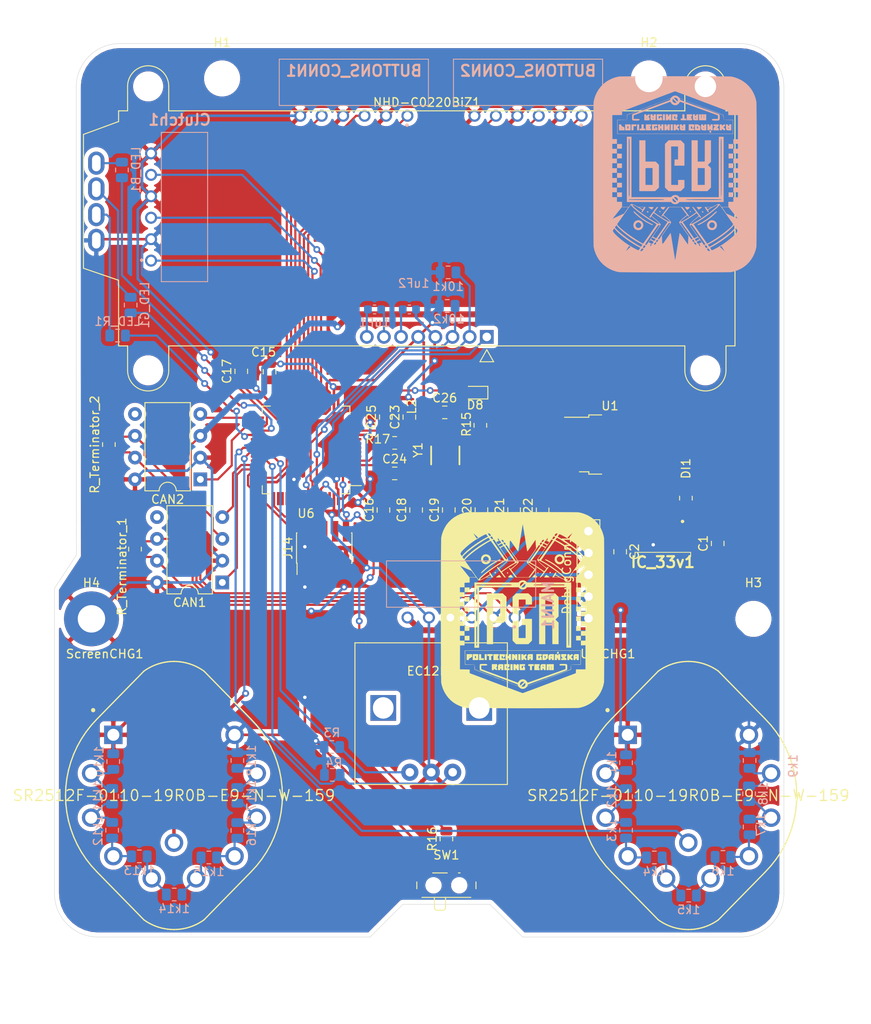
<source format=kicad_pcb>
(kicad_pcb (version 20171130) (host pcbnew "(5.1.10)-1")
  (layers (0 F.Cu signal) (31 B.Cu signal) (34 B.Paste user) (35 F.Paste user) (36 B.SilkS user) (37 F.SilkS user) (38 B.Mask user) (39 F.Mask user) (44 Edge.Cuts user))
  (net 0 "")
  (net 1 GND)
  (net 2 +3V3)
  (net 3 "Net-(C15-Pad1)")
  (net 4 "Net-(C17-Pad1)")
  (net 5 +3.3VA)
  (net 6 HSE_IN)
  (net 7 "Net-(C26-Pad1)")
  (net 8 /STM32F405RGT6/BTN_CLCH)
  (net 9 "Net-(D8-Pad1)")
  (net 10 LED_STATUS)
  (net 11 /STM32F405RGT6/BTN_DRS)
  (net 12 SWDIO)
  (net 13 SWCLK)
  (net 14 SWO)
  (net 15 NRST)
  (net 16 CAN2_H)
  (net 17 CAN2_L)
  (net 18 CAN1_H)
  (net 19 CAN1_L)
  (net 20 /STM32F405RGT6/BTN_PTT)
  (net 21 "Net-(R16-Pad1)")
  (net 22 BOOT0)
  (net 23 HSE_OUT)
  (net 24 /STM32F405RGT6/BTN_SCR)
  (net 25 CAN1_TX)
  (net 26 CAN1_RX)
  (net 27 CAN2_RX)
  (net 28 CAN2_TX)
  (net 29 /Rotaries/ROT_SCR)
  (net 30 /STM32F405RGT6/BTN_UNI2)
  (net 31 /STM32F405RGT6/BTN_UNI1)
  (net 32 "Net-(1uF1-Pad1)")
  (net 33 /STM32F405RGT6/I2C_SDA)
  (net 34 /STM32F405RGT6/I2C_SCL)
  (net 35 /STM32F405RGT6/I2C_RESET)
  (net 36 "Net-(1uF2-Pad2)")
  (net 37 "Net-(1uF1-Pad2)")
  (net 38 "Net-(1k15-Pad2)")
  (net 39 "Net-(1k12-Pad2)")
  (net 40 "Net-(1k10-Pad2)")
  (net 41 "Net-(1k11-Pad2)")
  (net 42 "Net-(1k16-Pad2)")
  (net 43 "Net-(1k17-Pad2)")
  (net 44 "Net-(1k13-Pad2)")
  (net 45 "Net-(1k14-Pad2)")
  (net 46 "Net-(1k6-Pad2)")
  (net 47 "Net-(1k3-Pad2)")
  (net 48 "Net-(1k1-Pad2)")
  (net 49 "Net-(1k2-Pad2)")
  (net 50 "Net-(1k7-Pad2)")
  (net 51 "Net-(1k8-Pad2)")
  (net 52 "Net-(1k4-Pad2)")
  (net 53 "Net-(1k5-Pad2)")
  (net 54 /Rotaries/ENC_B)
  (net 55 /Rotaries/ENC_A)
  (net 56 /STM32F405RGT6/CLCH_DO)
  (net 57 /STM32F405RGT6/CLCH_CLK)
  (net 58 /STM32F405RGT6/CLCH_CS)
  (net 59 +5V)
  (net 60 VDD)
  (net 61 /Rotaries/ROT_UNI)
  (net 62 "Net-(LED_B1-Pad2)")
  (net 63 /STM32F405RGT6/LED_B)
  (net 64 "Net-(LED_G1-Pad2)")
  (net 65 /STM32F405RGT6/LED_G)
  (net 66 "Net-(LED_R1-Pad2)")
  (net 67 /STM32F405RGT6/LED_R)
  (module PGR-06_Additional:logo (layer B.Cu) (at 142.24 83.82)
    (fp_text reference G*** hide)
    (fp_text value LOGO hide)
  )
  (module PGR-06_Additional:logo (layer F.Cu) (at 124.46 134.62)
    (fp_text reference G*** hide)
    (fp_text value LOGO hide)
  )
  (module MountingHole:MountingHole_3.2mm_M3_Pad_TopBottom (layer F.Cu) (at 74.168 135.636)
    (fp_text reference H4 (at 0 -4.2) (layer F.SilkS))
    (fp_text value MountingHole_Pad)
    (pad 1 connect circle (at 0 0) (size 6.4 6.4) (layers B.Cu B.Mask) (net 1 GND))
    (pad 1 connect circle (at 0 0) (size 6.4 6.4) (layers F.Cu F.Mask) (net 1 GND))
    (pad 1 thru_hole circle (at 0 0) (size 3.6 3.6) (drill 3.2) (layers *.Cu *.Mask) (net 1 GND))
  )
  (module MountingHole:MountingHole_3.2mm_M3 (layer F.Cu) (at 151.384 135.636)
    (fp_text reference H3 (at 0 -4.2) (layer F.SilkS))
    (fp_text value MountingHole)
    (pad 1 np_thru_hole circle (at 0 0) (size 3.2 3.2) (drill 3.2) (layers *.Cu *.Mask))
  )
  (module MountingHole:MountingHole_3.2mm_M3 (layer F.Cu) (at 139.192 72.644)
    (fp_text reference H2 (at 0 -4.2) (layer F.SilkS))
    (fp_text value MountingHole)
    (pad 1 np_thru_hole circle (at 0 0) (size 3.2 3.2) (drill 3.2) (layers *.Cu *.Mask))
  )
  (module MountingHole:MountingHole_3.2mm_M3 (layer F.Cu) (at 89.408 72.644)
    (fp_text reference H1 (at 0 -4.2) (layer F.SilkS))
    (fp_text value MountingHole)
    (pad 1 np_thru_hole circle (at 0 0) (size 3.2 3.2) (drill 3.2) (layers *.Cu *.Mask))
  )
  (module Package_DIP:DIP-8_W7.62mm (layer F.Cu) (at 86.868 119.38 180)
    (fp_text reference CAN2 (at 3.81 -2.33) (layer F.SilkS))
    (fp_text value MCP2561-E-P)
    (pad 1 thru_hole rect (at 0 0 180) (size 1.6 1.6) (drill 0.8) (layers *.Cu *.Mask) (net 28 CAN2_TX))
    (pad 5 thru_hole oval (at 7.62 7.62 180) (size 1.6 1.6) (drill 0.8) (layers *.Cu *.Mask))
    (pad 2 thru_hole oval (at 0 2.54 180) (size 1.6 1.6) (drill 0.8) (layers *.Cu *.Mask) (net 1 GND))
    (pad 6 thru_hole oval (at 7.62 5.08 180) (size 1.6 1.6) (drill 0.8) (layers *.Cu *.Mask) (net 17 CAN2_L))
    (pad 3 thru_hole oval (at 0 5.08 180) (size 1.6 1.6) (drill 0.8) (layers *.Cu *.Mask) (net 59 +5V))
    (pad 7 thru_hole oval (at 7.62 2.54 180) (size 1.6 1.6) (drill 0.8) (layers *.Cu *.Mask) (net 16 CAN2_H))
    (pad 4 thru_hole oval (at 0 7.62 180) (size 1.6 1.6) (drill 0.8) (layers *.Cu *.Mask) (net 27 CAN2_RX))
    (pad 8 thru_hole oval (at 7.62 0 180) (size 1.6 1.6) (drill 0.8) (layers *.Cu *.Mask) (net 1 GND))
  )
  (module Resistor_SMD:R_0805_2012Metric (layer B.Cu) (at 77.216 102.616 180)
    (fp_text reference LED_R1 (at 0 1.65) (layer B.SilkS) (effects (justify mirror)))
    (fp_text value R_Small)
    (pad 2 smd roundrect (at 0.9125 0 180) (size 1.025 1.4) (layers B.Cu B.Paste B.Mask) (roundrect_rratio 0.2439014634146341) (net 66 "Net-(LED_R1-Pad2)"))
    (pad 1 smd roundrect (at -0.9125 0 180) (size 1.025 1.4) (layers B.Cu B.Paste B.Mask) (roundrect_rratio 0.2439014634146341) (net 67 /STM32F405RGT6/LED_R))
  )
  (module Resistor_SMD:R_0805_2012Metric (layer B.Cu) (at 78.74 99.06 90)
    (fp_text reference LED_G1 (at 0 1.65 90) (layer B.SilkS) (effects (justify mirror)))
    (fp_text value R_Small)
    (pad 2 smd roundrect (at 0.9125 0 90) (size 1.025 1.4) (layers B.Cu B.Paste B.Mask) (roundrect_rratio 0.2439014634146341) (net 64 "Net-(LED_G1-Pad2)"))
    (pad 1 smd roundrect (at -0.9125 0 90) (size 1.025 1.4) (layers B.Cu B.Paste B.Mask) (roundrect_rratio 0.2439014634146341) (net 65 /STM32F405RGT6/LED_G))
  )
  (module Resistor_SMD:R_0805_2012Metric (layer B.Cu) (at 77.724 83.312 90)
    (fp_text reference LED_B1 (at 0 1.65 90) (layer B.SilkS) (effects (justify mirror)))
    (fp_text value R_Small)
    (pad 2 smd roundrect (at 0.9125 0 90) (size 1.025 1.4) (layers B.Cu B.Paste B.Mask) (roundrect_rratio 0.2439014634146341) (net 62 "Net-(LED_B1-Pad2)"))
    (pad 1 smd roundrect (at -0.9125 0 90) (size 1.025 1.4) (layers B.Cu B.Paste B.Mask) (roundrect_rratio 0.2439014634146341) (net 63 /STM32F405RGT6/LED_B))
  )
  (module Package_TO_SOT_SMD:TO-252-2 (layer F.Cu) (at 134.655 115.315)
    (fp_text reference U1 (at 0 -4.5) (layer F.SilkS))
    (fp_text value LM1117-5.0)
    (pad 2 smd rect (at 2.1 0) (size 6.4 5.8) (layers F.Cu F.Mask) (net 59 +5V))
    (pad 3 smd rect (at -4.2 2.28) (size 2.2 1.2) (layers F.Cu F.Paste F.Mask) (net 60 VDD))
    (pad 1 smd rect (at -4.2 -2.28) (size 2.2 1.2) (layers F.Cu F.Paste F.Mask) (net 1 GND))
  )
  (module Resistor_SMD:R_0805_2012Metric (layer F.Cu) (at 143.51 121.5625 90)
    (fp_text reference DI1 (at 3.4525 0 90) (layer F.SilkS))
    (fp_text value 0Ohm)
    (pad 2 smd roundrect (at 0.9125 0 90) (size 1.025 1.4) (layers F.Cu F.Paste F.Mask) (roundrect_rratio 0.2439014634146341) (net 59 +5V))
    (pad 1 smd roundrect (at -0.9125 0 90) (size 1.025 1.4) (layers F.Cu F.Paste F.Mask) (roundrect_rratio 0.2439014634146341) (net 60 VDD))
  )
  (module Capacitor_SMD:C_0805_2012Metric (layer F.Cu) (at 135.8392 127.8128 270)
    (fp_text reference C2 (at 0 -1.68 90) (layer F.SilkS))
    (fp_text value BD_CAP1)
    (pad 2 smd roundrect (at 0.95 0 270) (size 1 1.45) (layers F.Cu F.Paste F.Mask) (net 1 GND))
    (pad 1 smd roundrect (at -0.95 0 270) (size 1 1.45) (layers F.Cu F.Paste F.Mask) (net 2 +3V3))
  )
  (module Capacitor_SMD:C_0805_2012Metric (layer F.Cu) (at 147.2184 126.8476 90)
    (fp_text reference C1 (at 0 -1.68 90) (layer F.SilkS))
    (fp_text value BD_CAP2)
    (pad 2 smd roundrect (at 0.95 0 90) (size 1 1.45) (layers F.Cu F.Paste F.Mask) (net 60 VDD))
    (pad 1 smd roundrect (at -0.95 0 90) (size 1 1.45) (layers F.Cu F.Paste F.Mask) (net 1 GND))
  )
  (module Capacitor_SMD:C_0805_2012Metric (layer F.Cu) (at 108.5088 112.1156 90)
    (fp_text reference C25 (at 0 -1.68 90) (layer F.SilkS))
    (fp_text value 10n)
    (pad 2 smd roundrect (at 0.95 0 90) (size 1 1.45) (layers F.Cu F.Paste F.Mask) (net 1 GND))
    (pad 1 smd roundrect (at -0.95 0 90) (size 1 1.45) (layers F.Cu F.Paste F.Mask) (net 5 +3.3VA))
  )
  (module "PGR-06_Additional:NHD-C0220BiZ-FS(RGB)-FBW-3VM-NEW" (layer F.Cu) (at 113.284 86.868)
    (fp_text reference NHD-C0220BiZ1 (at 0 -11.43) (layer F.SilkS))
    (fp_text value "NHD-C0220BiZ-FS(RGB)-FBW-3VM")
    (pad 10 thru_hole oval (at -38.55 1.65) (size 1.9 2.7) (drill oval 1 1.9) (layers *.Cu *.Mask) (net 66 "Net-(LED_R1-Pad2)"))
    (pad 9 thru_hole oval (at -38.55 4.65) (size 1.9 2.7) (drill oval 1 1.9) (layers *.Cu *.Mask) (net 2 +3V3))
    (pad 11 thru_hole oval (at -38.55 -1.35) (size 1.9 2.7) (drill oval 1 1.9) (layers *.Cu *.Mask) (net 64 "Net-(LED_G1-Pad2)"))
    (pad 12 thru_hole oval (at -38.55 -4.35) (size 1.9 2.7) (drill oval 1 1.9) (layers *.Cu *.Mask) (net 62 "Net-(LED_B1-Pad2)"))
    (pad "" np_thru_hole circle (at 32.5 -13.3) (size 2.5 2.5) (drill 2.5) (layers *.Cu *.Mask))
    (pad 8 thru_hole circle (at -7 15.9) (size 1.6 1.6) (drill 1) (layers *.Cu *.Mask) (net 37 "Net-(1uF1-Pad2)"))
    (pad 7 thru_hole circle (at -5 15.9) (size 1.6 1.6) (drill 1) (layers *.Cu *.Mask) (net 32 "Net-(1uF1-Pad1)"))
    (pad 6 thru_hole circle (at -3 15.9) (size 1.6 1.6) (drill 1) (layers *.Cu *.Mask) (net 36 "Net-(1uF2-Pad2)"))
    (pad 5 thru_hole circle (at -1 15.9) (size 1.6 1.6) (drill 1) (layers *.Cu *.Mask) (net 2 +3V3))
    (pad 1 thru_hole rect (at 7 15.9) (size 1.6 1.6) (drill 1) (layers *.Cu *.Mask) (net 35 /STM32F405RGT6/I2C_RESET))
    (pad 2 thru_hole circle (at 5 15.9) (size 1.6 1.6) (drill 1) (layers *.Cu *.Mask) (net 34 /STM32F405RGT6/I2C_SCL))
    (pad 3 thru_hole circle (at 3 15.9) (size 1.6 1.6) (drill 1) (layers *.Cu *.Mask) (net 33 /STM32F405RGT6/I2C_SDA))
    (pad 4 thru_hole circle (at 1 15.9) (size 1.6 1.6) (drill 1) (layers *.Cu *.Mask) (net 1 GND))
    (pad "" np_thru_hole circle (at -32.5 -13.3) (size 2.5 2.5) (drill 2.5) (layers *.Cu *.Mask))
    (pad "" np_thru_hole circle (at -32.5 19.8) (size 2.5 2.5) (drill 2.5) (layers *.Cu *.Mask))
    (pad "" np_thru_hole circle (at 32.5 19.8) (size 2.5 2.5) (drill 2.5) (layers *.Cu *.Mask))
  )
  (module Connector_PinHeader_1.27mm:PinHeader_2x05_P1.27mm_Vertical_SMD (layer F.Cu) (at 101.3206 127.381 90)
    (fp_text reference J14 (at 0 -4.235 90) (layer F.SilkS))
    (fp_text value SWD)
    (pad 1 smd rect (at -1.95 -2.54 90) (size 2.4 0.74) (layers F.Cu F.Paste F.Mask) (net 2 +3V3))
    (pad 2 smd rect (at 1.95 -2.54 90) (size 2.4 0.74) (layers F.Cu F.Paste F.Mask) (net 12 SWDIO))
    (pad 3 smd rect (at -1.95 -1.27 90) (size 2.4 0.74) (layers F.Cu F.Paste F.Mask) (net 1 GND))
    (pad 4 smd rect (at 1.95 -1.27 90) (size 2.4 0.74) (layers F.Cu F.Paste F.Mask) (net 13 SWCLK))
    (pad 5 smd rect (at -1.95 0 90) (size 2.4 0.74) (layers F.Cu F.Paste F.Mask) (net 1 GND))
    (pad 6 smd rect (at 1.95 0 90) (size 2.4 0.74) (layers F.Cu F.Paste F.Mask) (net 14 SWO))
    (pad 7 smd rect (at -1.95 1.27 90) (size 2.4 0.74) (layers F.Cu F.Paste F.Mask))
    (pad 8 smd rect (at 1.95 1.27 90) (size 2.4 0.74) (layers F.Cu F.Paste F.Mask))
    (pad 9 smd rect (at -1.95 2.54 90) (size 2.4 0.74) (layers F.Cu F.Paste F.Mask) (net 1 GND))
    (pad 10 smd rect (at 1.95 2.54 90) (size 2.4 0.74) (layers F.Cu F.Paste F.Mask) (net 15 NRST))
  )
  (module Capacitor_SMD:C_0805_2012Metric (layer F.Cu) (at 126.7968 122.9716 90)
    (fp_text reference C22 (at 0 -1.68 90) (layer F.SilkS))
    (fp_text value 100n)
    (pad 2 smd roundrect (at 0.95 0 90) (size 1 1.45) (layers F.Cu F.Paste F.Mask) (net 1 GND))
    (pad 1 smd roundrect (at -0.95 0 90) (size 1 1.45) (layers F.Cu F.Paste F.Mask) (net 2 +3V3))
  )
  (module 22-05-7065:22057065 (layer B.Cu) (at 83.82 87.63 90)
    (fp_text reference Clutch1 (at 10.16 0.635) (layer B.SilkS) (effects (font (size 1.27 1.27) (thickness 0.254)) (justify mirror)))
    (fp_text value 22-05-7065 hide)
    (pad 6 thru_hole circle (at 6.25 -2.7 90) (size 1.4 1.4) (drill 0.9) (layers *.Cu *.Mask) (net 1 GND))
    (pad 5 thru_hole circle (at 3.75 -2.7 90) (size 1.4 1.4) (drill 0.9) (layers *.Cu *.Mask) (net 57 /STM32F405RGT6/CLCH_CLK))
    (pad 4 thru_hole circle (at 1.25 -2.7 90) (size 1.4 1.4) (drill 0.9) (layers *.Cu *.Mask) (net 1 GND))
    (pad 3 thru_hole circle (at -1.25 -2.7 90) (size 1.4 1.4) (drill 0.9) (layers *.Cu *.Mask) (net 56 /STM32F405RGT6/CLCH_DO))
    (pad 2 thru_hole circle (at -3.75 -2.7 90) (size 1.4 1.4) (drill 0.9) (layers *.Cu *.Mask) (net 2 +3V3))
    (pad 1 thru_hole circle (at -6.25 -2.7 90) (size 1.4 1.4) (drill 0.9) (layers *.Cu *.Mask) (net 58 /STM32F405RGT6/CLCH_CS))
  )
  (module PGR-06_Additional:BD750L5FPCE2 (layer F.Cu) (at 140.8176 133.8808 180)
    (fp_text reference IC_33v1 (at 0 4.85) (layer F.SilkS) (effects (font (size 1.27 1.27) (thickness 0.254))))
    (fp_text value BD733L5FP-CE2 hide)
    (pad 1 smd rect (at -2.3 7.98 180) (size 1.5 2.5) (layers F.Cu F.Paste F.Mask) (net 60 VDD))
    (pad 3 smd rect (at 2.3 7.98 180) (size 1.5 2.5) (layers F.Cu F.Paste F.Mask) (net 2 +3V3))
    (pad 4 smd rect (at 0 1.75 270) (size 7 7) (layers F.Cu F.Paste F.Mask) (net 1 GND))
  )
  (module Resistor_SMD:R_0805_2012Metric (layer F.Cu) (at 76.2 115.316 90)
    (fp_text reference R_Terminator_2 (at 0 -1.65 90) (layer F.SilkS))
    (fp_text value 120Ohm)
    (pad 2 smd roundrect (at 0.9125 0 90) (size 1.025 1.4) (layers F.Cu F.Paste F.Mask) (roundrect_rratio 0.2439014634146341) (net 17 CAN2_L))
    (pad 1 smd roundrect (at -0.9125 0 90) (size 1.025 1.4) (layers F.Cu F.Paste F.Mask) (roundrect_rratio 0.2439014634146341) (net 16 CAN2_H))
  )
  (module Package_DIP:DIP-8_W7.62mm (layer F.Cu) (at 89.4334 131.3942 180)
    (fp_text reference CAN1 (at 3.81 -2.33) (layer F.SilkS))
    (fp_text value MCP2561-E-P)
    (pad 8 thru_hole oval (at 7.62 0 180) (size 1.6 1.6) (drill 0.8) (layers *.Cu *.Mask) (net 1 GND))
    (pad 4 thru_hole oval (at 0 7.62 180) (size 1.6 1.6) (drill 0.8) (layers *.Cu *.Mask) (net 26 CAN1_RX))
    (pad 7 thru_hole oval (at 7.62 2.54 180) (size 1.6 1.6) (drill 0.8) (layers *.Cu *.Mask) (net 18 CAN1_H))
    (pad 3 thru_hole oval (at 0 5.08 180) (size 1.6 1.6) (drill 0.8) (layers *.Cu *.Mask) (net 59 +5V))
    (pad 6 thru_hole oval (at 7.62 5.08 180) (size 1.6 1.6) (drill 0.8) (layers *.Cu *.Mask) (net 19 CAN1_L))
    (pad 2 thru_hole oval (at 0 2.54 180) (size 1.6 1.6) (drill 0.8) (layers *.Cu *.Mask) (net 1 GND))
    (pad 5 thru_hole oval (at 7.62 7.62 180) (size 1.6 1.6) (drill 0.8) (layers *.Cu *.Mask))
    (pad 1 thru_hole rect (at 0 0 180) (size 1.6 1.6) (drill 0.8) (layers *.Cu *.Mask) (net 25 CAN1_TX))
  )
  (module Resistor_SMD:R_0805_2012Metric (layer F.Cu) (at 79.248 127.508 90)
    (fp_text reference R_Terminator_1 (at -2.032 -1.524 90) (layer F.SilkS))
    (fp_text value 120Ohm)
    (pad 2 smd roundrect (at 0.9125 0 90) (size 1.025 1.4) (layers F.Cu F.Paste F.Mask) (roundrect_rratio 0.2439014634146341) (net 19 CAN1_L))
    (pad 1 smd roundrect (at -0.9125 0 90) (size 1.025 1.4) (layers F.Cu F.Paste F.Mask) (roundrect_rratio 0.2439014634146341) (net 18 CAN1_H))
  )
  (module Package_QFP:LQFP-64_10x10mm_P0.5mm (layer F.Cu) (at 99.202001 115.945001 180)
    (fp_text reference U6 (at 0 -7.4) (layer F.SilkS))
    (fp_text value STM32F405RGT6)
    (pad 1 smd roundrect (at -5.675 -3.75 180) (size 1.55 0.3) (layers F.Cu F.Paste F.Mask) (net 2 +3V3))
    (pad 2 smd roundrect (at -5.675 -3.25 180) (size 1.55 0.3) (layers F.Cu F.Paste F.Mask))
    (pad 3 smd roundrect (at -5.675 -2.75 180) (size 1.55 0.3) (layers F.Cu F.Paste F.Mask))
    (pad 4 smd roundrect (at -5.675 -2.25 180) (size 1.55 0.3) (layers F.Cu F.Paste F.Mask))
    (pad 5 smd roundrect (at -5.675 -1.75 180) (size 1.55 0.3) (layers F.Cu F.Paste F.Mask) (net 6 HSE_IN))
    (pad 6 smd roundrect (at -5.675 -1.25 180) (size 1.55 0.3) (layers F.Cu F.Paste F.Mask) (net 23 HSE_OUT))
    (pad 7 smd roundrect (at -5.675 -0.75 180) (size 1.55 0.3) (layers F.Cu F.Paste F.Mask) (net 15 NRST))
    (pad 8 smd roundrect (at -5.675 -0.25 180) (size 1.55 0.3) (layers F.Cu F.Paste F.Mask))
    (pad 9 smd roundrect (at -5.675 0.25 180) (size 1.55 0.3) (layers F.Cu F.Paste F.Mask))
    (pad 10 smd roundrect (at -5.675 0.75 180) (size 1.55 0.3) (layers F.Cu F.Paste F.Mask))
    (pad 11 smd roundrect (at -5.675 1.25 180) (size 1.55 0.3) (layers F.Cu F.Paste F.Mask))
    (pad 12 smd roundrect (at -5.675 1.75 180) (size 1.55 0.3) (layers F.Cu F.Paste F.Mask) (net 1 GND))
    (pad 13 smd roundrect (at -5.675 2.25 180) (size 1.55 0.3) (layers F.Cu F.Paste F.Mask) (net 5 +3.3VA))
    (pad 14 smd roundrect (at -5.675 2.75 180) (size 1.55 0.3) (layers F.Cu F.Paste F.Mask))
    (pad 15 smd roundrect (at -5.675 3.25 180) (size 1.55 0.3) (layers F.Cu F.Paste F.Mask))
    (pad 16 smd roundrect (at -5.675 3.75 180) (size 1.55 0.3) (layers F.Cu F.Paste F.Mask) (net 10 LED_STATUS))
    (pad 17 smd roundrect (at -3.75 5.675 180) (size 0.3 1.55) (layers F.Cu F.Paste F.Mask))
    (pad 18 smd roundrect (at -3.25 5.675 180) (size 0.3 1.55) (layers F.Cu F.Paste F.Mask) (net 1 GND))
    (pad 19 smd roundrect (at -2.75 5.675 180) (size 0.3 1.55) (layers F.Cu F.Paste F.Mask) (net 2 +3V3))
    (pad 20 smd roundrect (at -2.25 5.675 180) (size 0.3 1.55) (layers F.Cu F.Paste F.Mask))
    (pad 21 smd roundrect (at -1.75 5.675 180) (size 0.3 1.55) (layers F.Cu F.Paste F.Mask) (net 57 /STM32F405RGT6/CLCH_CLK))
    (pad 22 smd roundrect (at -1.25 5.675 180) (size 0.3 1.55) (layers F.Cu F.Paste F.Mask) (net 56 /STM32F405RGT6/CLCH_DO))
    (pad 23 smd roundrect (at -0.75 5.675 180) (size 0.3 1.55) (layers F.Cu F.Paste F.Mask) (net 58 /STM32F405RGT6/CLCH_CS))
    (pad 24 smd roundrect (at -0.25 5.675 180) (size 0.3 1.55) (layers F.Cu F.Paste F.Mask) (net 24 /STM32F405RGT6/BTN_SCR))
    (pad 25 smd roundrect (at 0.25 5.675 180) (size 0.3 1.55) (layers F.Cu F.Paste F.Mask) (net 20 /STM32F405RGT6/BTN_PTT))
    (pad 26 smd roundrect (at 0.75 5.675 180) (size 0.3 1.55) (layers F.Cu F.Paste F.Mask) (net 8 /STM32F405RGT6/BTN_CLCH))
    (pad 27 smd roundrect (at 1.25 5.675 180) (size 0.3 1.55) (layers F.Cu F.Paste F.Mask) (net 31 /STM32F405RGT6/BTN_UNI1))
    (pad 28 smd roundrect (at 1.75 5.675 180) (size 0.3 1.55) (layers F.Cu F.Paste F.Mask) (net 11 /STM32F405RGT6/BTN_DRS))
    (pad 29 smd roundrect (at 2.25 5.675 180) (size 0.3 1.55) (layers F.Cu F.Paste F.Mask) (net 30 /STM32F405RGT6/BTN_UNI2))
    (pad 30 smd roundrect (at 2.75 5.675 180) (size 0.3 1.55) (layers F.Cu F.Paste F.Mask))
    (pad 31 smd roundrect (at 3.25 5.675 180) (size 0.3 1.55) (layers F.Cu F.Paste F.Mask) (net 3 "Net-(C15-Pad1)"))
    (pad 32 smd roundrect (at 3.75 5.675 180) (size 0.3 1.55) (layers F.Cu F.Paste F.Mask) (net 2 +3V3))
    (pad 33 smd roundrect (at 5.675 3.75 180) (size 1.55 0.3) (layers F.Cu F.Paste F.Mask) (net 27 CAN2_RX))
    (pad 34 smd roundrect (at 5.675 3.25 180) (size 1.55 0.3) (layers F.Cu F.Paste F.Mask) (net 28 CAN2_TX))
    (pad 35 smd roundrect (at 5.675 2.75 180) (size 1.55 0.3) (layers F.Cu F.Paste F.Mask) (net 63 /STM32F405RGT6/LED_B))
    (pad 36 smd roundrect (at 5.675 2.25 180) (size 1.55 0.3) (layers F.Cu F.Paste F.Mask) (net 65 /STM32F405RGT6/LED_G))
    (pad 37 smd roundrect (at 5.675 1.75 180) (size 1.55 0.3) (layers F.Cu F.Paste F.Mask) (net 67 /STM32F405RGT6/LED_R))
    (pad 38 smd roundrect (at 5.675 1.25 180) (size 1.55 0.3) (layers F.Cu F.Paste F.Mask))
    (pad 39 smd roundrect (at 5.675 0.75 180) (size 1.55 0.3) (layers F.Cu F.Paste F.Mask))
    (pad 40 smd roundrect (at 5.675 0.25 180) (size 1.55 0.3) (layers F.Cu F.Paste F.Mask) (net 61 /Rotaries/ROT_UNI))
    (pad 41 smd roundrect (at 5.675 -0.25 180) (size 1.55 0.3) (layers F.Cu F.Paste F.Mask) (net 29 /Rotaries/ROT_SCR))
    (pad 42 smd roundrect (at 5.675 -0.75 180) (size 1.55 0.3) (layers F.Cu F.Paste F.Mask) (net 55 /Rotaries/ENC_A))
    (pad 43 smd roundrect (at 5.675 -1.25 180) (size 1.55 0.3) (layers F.Cu F.Paste F.Mask) (net 54 /Rotaries/ENC_B))
    (pad 44 smd roundrect (at 5.675 -1.75 180) (size 1.55 0.3) (layers F.Cu F.Paste F.Mask) (net 26 CAN1_RX))
    (pad 45 smd roundrect (at 5.675 -2.25 180) (size 1.55 0.3) (layers F.Cu F.Paste F.Mask) (net 25 CAN1_TX))
    (pad 46 smd roundrect (at 5.675 -2.75 180) (size 1.55 0.3) (layers F.Cu F.Paste F.Mask) (net 12 SWDIO))
    (pad 47 smd roundrect (at 5.675 -3.25 180) (size 1.55 0.3) (layers F.Cu F.Paste F.Mask) (net 4 "Net-(C17-Pad1)"))
    (pad 48 smd roundrect (at 5.675 -3.75 180) (size 1.55 0.3) (layers F.Cu F.Paste F.Mask) (net 2 +3V3))
    (pad 49 smd roundrect (at 3.75 -5.675 180) (size 0.3 1.55) (layers F.Cu F.Paste F.Mask) (net 13 SWCLK))
    (pad 50 smd roundrect (at 3.25 -5.675 180) (size 0.3 1.55) (layers F.Cu F.Paste F.Mask))
    (pad 51 smd roundrect (at 2.75 -5.675 180) (size 0.3 1.55) (layers F.Cu F.Paste F.Mask))
    (pad 52 smd roundrect (at 2.25 -5.675 180) (size 0.3 1.55) (layers F.Cu F.Paste F.Mask))
    (pad 53 smd roundrect (at 1.75 -5.675 180) (size 0.3 1.55) (layers F.Cu F.Paste F.Mask))
    (pad 54 smd roundrect (at 1.25 -5.675 180) (size 0.3 1.55) (layers F.Cu F.Paste F.Mask))
    (pad 55 smd roundrect (at 0.75 -5.675 180) (size 0.3 1.55) (layers F.Cu F.Paste F.Mask) (net 14 SWO))
    (pad 56 smd roundrect (at 0.25 -5.675 180) (size 0.3 1.55) (layers F.Cu F.Paste F.Mask))
    (pad 57 smd roundrect (at -0.25 -5.675 180) (size 0.3 1.55) (layers F.Cu F.Paste F.Mask) (net 35 /STM32F405RGT6/I2C_RESET))
    (pad 58 smd roundrect (at -0.75 -5.675 180) (size 0.3 1.55) (layers F.Cu F.Paste F.Mask) (net 34 /STM32F405RGT6/I2C_SCL))
    (pad 59 smd roundrect (at -1.25 -5.675 180) (size 0.3 1.55) (layers F.Cu F.Paste F.Mask) (net 33 /STM32F405RGT6/I2C_SDA))
    (pad 60 smd roundrect (at -1.75 -5.675 180) (size 0.3 1.55) (layers F.Cu F.Paste F.Mask) (net 22 BOOT0))
    (pad 61 smd roundrect (at -2.25 -5.675 180) (size 0.3 1.55) (layers F.Cu F.Paste F.Mask))
    (pad 62 smd roundrect (at -2.75 -5.675 180) (size 0.3 1.55) (layers F.Cu F.Paste F.Mask))
    (pad 63 smd roundrect (at -3.25 -5.675 180) (size 0.3 1.55) (layers F.Cu F.Paste F.Mask) (net 1 GND))
    (pad 64 smd roundrect (at -3.75 -5.675 180) (size 0.3 1.55) (layers F.Cu F.Paste F.Mask) (net 2 +3V3))
  )
  (module Resistor_SMD:R_0805_2012Metric (layer F.Cu) (at 109.5375 115.1255)
    (fp_text reference R17 (at -1.9685 -0.4445) (layer F.SilkS))
    (fp_text value 47)
    (pad 2 smd roundrect (at 0.9125 0) (size 1.025 1.4) (layers F.Cu F.Paste F.Mask) (roundrect_rratio 0.2439014634146341) (net 7 "Net-(C26-Pad1)"))
    (pad 1 smd roundrect (at -0.9125 0) (size 1.025 1.4) (layers F.Cu F.Paste F.Mask) (roundrect_rratio 0.2439014634146341) (net 23 HSE_OUT))
  )
  (module Resistor_SMD:R_0805_2012Metric (layer F.Cu) (at 115.57 161.29 90)
    (fp_text reference R16 (at 0 -1.65 90) (layer F.SilkS))
    (fp_text value 10k)
    (pad 2 smd roundrect (at 0.9125 0 90) (size 1.025 1.4) (layers F.Cu F.Paste F.Mask) (roundrect_rratio 0.2439014634146341) (net 22 BOOT0))
    (pad 1 smd roundrect (at -0.9125 0 90) (size 1.025 1.4) (layers F.Cu F.Paste F.Mask) (roundrect_rratio 0.2439014634146341) (net 21 "Net-(R16-Pad1)"))
  )
  (module Resistor_SMD:R_0805_2012Metric (layer F.Cu) (at 119.5324 113.0808 90)
    (fp_text reference R15 (at 0.127 -1.6256 90) (layer F.SilkS))
    (fp_text value 1k5)
    (pad 2 smd roundrect (at 0.9125 0 90) (size 1.025 1.4) (layers F.Cu F.Paste F.Mask) (roundrect_rratio 0.2439014634146341) (net 9 "Net-(D8-Pad1)"))
    (pad 1 smd roundrect (at -0.9125 0 90) (size 1.025 1.4) (layers F.Cu F.Paste F.Mask) (roundrect_rratio 0.2439014634146341) (net 1 GND))
  )
  (module Capacitor_SMD:C_0805_2012Metric (layer F.Cu) (at 115.3795 111.5695)
    (fp_text reference C26 (at 0 -1.68) (layer F.SilkS))
    (fp_text value 12p)
    (pad 2 smd roundrect (at 0.95 0) (size 1 1.45) (layers F.Cu F.Paste F.Mask) (net 1 GND))
    (pad 1 smd roundrect (at -0.95 0) (size 1 1.45) (layers F.Cu F.Paste F.Mask) (net 7 "Net-(C26-Pad1)"))
  )
  (module Capacitor_SMD:C_0805_2012Metric (layer F.Cu) (at 109.5375 118.6815)
    (fp_text reference C24 (at 0 -1.68) (layer F.SilkS))
    (fp_text value 12p)
    (pad 2 smd roundrect (at 0.95 0) (size 1 1.45) (layers F.Cu F.Paste F.Mask) (net 1 GND))
    (pad 1 smd roundrect (at -0.95 0) (size 1 1.45) (layers F.Cu F.Paste F.Mask) (net 6 HSE_IN))
  )
  (module Capacitor_SMD:C_0805_2012Metric (layer F.Cu) (at 111.252 112.1156 90)
    (fp_text reference C23 (at 0 -1.68 90) (layer F.SilkS))
    (fp_text value 1u)
    (pad 2 smd roundrect (at 0.95 0 90) (size 1 1.45) (layers F.Cu F.Paste F.Mask) (net 1 GND))
    (pad 1 smd roundrect (at -0.95 0 90) (size 1 1.45) (layers F.Cu F.Paste F.Mask) (net 5 +3.3VA))
  )
  (module Capacitor_SMD:C_0805_2012Metric (layer F.Cu) (at 123.4694 122.9487 90)
    (fp_text reference C21 (at 0 -1.68 90) (layer F.SilkS))
    (fp_text value 100n)
    (pad 2 smd roundrect (at 0.95 0 90) (size 1 1.45) (layers F.Cu F.Paste F.Mask) (net 1 GND))
    (pad 1 smd roundrect (at -0.95 0 90) (size 1 1.45) (layers F.Cu F.Paste F.Mask) (net 2 +3V3))
  )
  (module Capacitor_SMD:C_0805_2012Metric (layer F.Cu) (at 119.6594 122.9487 90)
    (fp_text reference C20 (at 0 -1.68 90) (layer F.SilkS))
    (fp_text value 100n)
    (pad 2 smd roundrect (at 0.95 0 90) (size 1 1.45) (layers F.Cu F.Paste F.Mask) (net 1 GND))
    (pad 1 smd roundrect (at -0.95 0 90) (size 1 1.45) (layers F.Cu F.Paste F.Mask) (net 2 +3V3))
  )
  (module Capacitor_SMD:C_0805_2012Metric (layer F.Cu) (at 115.8494 122.9487 90)
    (fp_text reference C19 (at 0 -1.68 90) (layer F.SilkS))
    (fp_text value 100n)
    (pad 2 smd roundrect (at 0.95 0 90) (size 1 1.45) (layers F.Cu F.Paste F.Mask) (net 1 GND))
    (pad 1 smd roundrect (at -0.95 0 90) (size 1 1.45) (layers F.Cu F.Paste F.Mask) (net 2 +3V3))
  )
  (module Capacitor_SMD:C_0805_2012Metric (layer F.Cu) (at 112.0394 122.9487 90)
    (fp_text reference C18 (at 0 -1.68 90) (layer F.SilkS))
    (fp_text value 100n)
    (pad 2 smd roundrect (at 0.95 0 90) (size 1 1.45) (layers F.Cu F.Paste F.Mask) (net 1 GND))
    (pad 1 smd roundrect (at -0.95 0 90) (size 1 1.45) (layers F.Cu F.Paste F.Mask) (net 2 +3V3))
  )
  (module Capacitor_SMD:C_0805_2012Metric (layer F.Cu) (at 91.6432 106.7816 90)
    (fp_text reference C17 (at 0 -1.68 90) (layer F.SilkS))
    (fp_text value 2u2)
    (pad 2 smd roundrect (at 0.95 0 90) (size 1 1.45) (layers F.Cu F.Paste F.Mask) (net 1 GND))
    (pad 1 smd roundrect (at -0.95 0 90) (size 1 1.45) (layers F.Cu F.Paste F.Mask) (net 4 "Net-(C17-Pad1)"))
  )
  (module Capacitor_SMD:C_0805_2012Metric (layer F.Cu) (at 108.2294 122.9487 90)
    (fp_text reference C16 (at 0 -1.68 90) (layer F.SilkS))
    (fp_text value 4u7)
    (pad 2 smd roundrect (at 0.95 0 90) (size 1 1.45) (layers F.Cu F.Paste F.Mask) (net 1 GND))
    (pad 1 smd roundrect (at -0.95 0 90) (size 1 1.45) (layers F.Cu F.Paste F.Mask) (net 2 +3V3))
  )
  (module Capacitor_SMD:C_0805_2012Metric (layer F.Cu) (at 94.9452 106.8324 90)
    (fp_text reference C15 (at 2.286 -0.6985 180) (layer F.SilkS))
    (fp_text value 2u2)
    (pad 2 smd roundrect (at 0.95 0 90) (size 1 1.45) (layers F.Cu F.Paste F.Mask) (net 1 GND))
    (pad 1 smd roundrect (at -0.95 0 90) (size 1 1.45) (layers F.Cu F.Paste F.Mask) (net 3 "Net-(C15-Pad1)"))
  )
  (module 22-05-7065:22057065 (layer B.Cu) (at 104.775 74.295 180)
    (fp_text reference BUTTONS_CONN1 (at 0 2.54) (layer B.SilkS) (effects (font (size 1.27 1.27) (thickness 0.254)) (justify mirror)))
    (fp_text value 22-05-7065 hide)
    (pad 6 thru_hole circle (at 6.25 -2.7 180) (size 1.4 1.4) (drill 0.9) (layers *.Cu *.Mask) (net 1 GND))
    (pad 5 thru_hole circle (at 3.75 -2.7 180) (size 1.4 1.4) (drill 0.9) (layers *.Cu *.Mask) (net 30 /STM32F405RGT6/BTN_UNI2))
    (pad 4 thru_hole circle (at 1.25 -2.7 180) (size 1.4 1.4) (drill 0.9) (layers *.Cu *.Mask) (net 1 GND))
    (pad 3 thru_hole circle (at -1.25 -2.7 180) (size 1.4 1.4) (drill 0.9) (layers *.Cu *.Mask) (net 11 /STM32F405RGT6/BTN_DRS))
    (pad 2 thru_hole circle (at -3.75 -2.7 180) (size 1.4 1.4) (drill 0.9) (layers *.Cu *.Mask) (net 1 GND))
    (pad 1 thru_hole circle (at -6.25 -2.7 180) (size 1.4 1.4) (drill 0.9) (layers *.Cu *.Mask) (net 31 /STM32F405RGT6/BTN_UNI1))
  )
  (module 22-05-7065:22057065 (layer B.Cu) (at 125.095 74.295 180)
    (fp_text reference BUTTONS_CONN2 (at 0 2.54) (layer B.SilkS) (effects (font (size 1.27 1.27) (thickness 0.254)) (justify mirror)))
    (fp_text value 22-05-7065 hide)
    (pad 6 thru_hole circle (at 6.25 -2.7 180) (size 1.4 1.4) (drill 0.9) (layers *.Cu *.Mask) (net 1 GND))
    (pad 5 thru_hole circle (at 3.75 -2.7 180) (size 1.4 1.4) (drill 0.9) (layers *.Cu *.Mask) (net 8 /STM32F405RGT6/BTN_CLCH))
    (pad 4 thru_hole circle (at 1.25 -2.7 180) (size 1.4 1.4) (drill 0.9) (layers *.Cu *.Mask) (net 1 GND))
    (pad 3 thru_hole circle (at -1.25 -2.7 180) (size 1.4 1.4) (drill 0.9) (layers *.Cu *.Mask) (net 20 /STM32F405RGT6/BTN_PTT))
    (pad 2 thru_hole circle (at -3.75 -2.7 180) (size 1.4 1.4) (drill 0.9) (layers *.Cu *.Mask) (net 1 GND))
    (pad 1 thru_hole circle (at -6.25 -2.7 180) (size 1.4 1.4) (drill 0.9) (layers *.Cu *.Mask) (net 24 /STM32F405RGT6/BTN_SCR))
  )
  (module Connector_PinHeader_2.54mm:PinHeader_1x05_P2.54mm_Vertical (layer F.Cu) (at 132.1435 135.5725 180)
    (fp_text reference DebugConn1 (at 2.54 5.08 90) (layer F.SilkS))
    (fp_text value Conn_01x05_Male)
    (pad 5 thru_hole oval (at 0 10.16 180) (size 1.7 1.7) (drill 1) (layers *.Cu *.Mask) (net 18 CAN1_H))
    (pad 4 thru_hole oval (at 0 7.62 180) (size 1.7 1.7) (drill 1) (layers *.Cu *.Mask) (net 19 CAN1_L))
    (pad 3 thru_hole oval (at 0 5.08 180) (size 1.7 1.7) (drill 1) (layers *.Cu *.Mask) (net 16 CAN2_H))
    (pad 2 thru_hole oval (at 0 2.54 180) (size 1.7 1.7) (drill 1) (layers *.Cu *.Mask) (net 17 CAN2_L))
    (pad 1 thru_hole rect (at 0 0 180) (size 1.7 1.7) (drill 1) (layers *.Cu *.Mask) (net 1 GND))
  )
  (module Button_Switch_SMD:SW_SPDT_PCM12 (layer F.Cu) (at 115.57 166.37)
    (fp_text reference SW1 (at 0 -3.2) (layer F.SilkS))
    (fp_text value SW_SPDT)
    (pad "" np_thru_hole circle (at -1.5 0.33) (size 0.9 0.9) (drill 0.9) (layers *.Cu *.Mask))
    (pad "" np_thru_hole circle (at 1.5 0.33) (size 0.9 0.9) (drill 0.9) (layers *.Cu *.Mask))
    (pad 1 smd rect (at -2.25 -1.43) (size 0.7 1.5) (layers F.Cu F.Paste F.Mask) (net 2 +3V3))
    (pad 2 smd rect (at 0.75 -1.43) (size 0.7 1.5) (layers F.Cu F.Paste F.Mask) (net 21 "Net-(R16-Pad1)"))
    (pad 3 smd rect (at 2.25 -1.43) (size 0.7 1.5) (layers F.Cu F.Paste F.Mask) (net 1 GND))
    (pad "" smd rect (at -3.65 1.43) (size 1 0.8) (layers F.Cu F.Paste F.Mask))
    (pad "" smd rect (at 3.65 1.43) (size 1 0.8) (layers F.Cu F.Paste F.Mask))
    (pad "" smd rect (at 3.65 -0.78) (size 1 0.8) (layers F.Cu F.Paste F.Mask))
    (pad "" smd rect (at -3.65 -0.78) (size 1 0.8) (layers F.Cu F.Paste F.Mask))
  )
  (module Resistor_SMD:R_0805_2012Metric (layer B.Cu) (at 115.6716 99.1616)
    (fp_text reference 10k2 (at 0.2032 1.524) (layer B.SilkS) (effects (justify mirror)))
    (fp_text value R_Small)
    (pad 2 smd roundrect (at 0.9125 0) (size 1.025 1.4) (layers B.Cu B.Paste B.Mask) (roundrect_rratio 0.2439014634146341) (net 33 /STM32F405RGT6/I2C_SDA))
    (pad 1 smd roundrect (at -0.9125 0) (size 1.025 1.4) (layers B.Cu B.Paste B.Mask) (roundrect_rratio 0.2439014634146341) (net 2 +3V3))
  )
  (module PGR-06_Additional:OSCCC500X320X110-4N (layer F.Cu) (at 115.443 116.586 90)
    (fp_text reference Y1 (at 0.63616 -3.18086 90) (layer F.SilkS) (effects (font (size 1.001843 1.001843))))
    (fp_text value 16MHz)
    (pad 1 smd rect (at -2.2 1.2 90) (size 1.9 1.4) (layers F.Cu F.Paste F.Mask) (net 6 HSE_IN))
    (pad 2 smd rect (at 2.2 1.2 90) (size 1.9 1.4) (layers F.Cu F.Paste F.Mask) (net 1 GND))
    (pad 3 smd rect (at 2.2 -1.2 90) (size 1.9 1.4) (layers F.Cu F.Paste F.Mask) (net 7 "Net-(C26-Pad1)"))
    (pad 4 smd rect (at -2.2 -1.2 90) (size 1.9 1.4) (layers F.Cu F.Paste F.Mask) (net 1 GND))
  )
  (module PGR-06_Additional:Alpha_Taiwan-SR2512F-0110-19R0B-E9-N-W-159-MFG (layer F.Cu) (at 143.792 156.224)
    (fp_text reference UniCHG1 (at -12.7 -16.499999) (layer F.SilkS) (effects (justify left)))
    (fp_text value SR2512F-0110-19R0B-E9-N-W-159 (at 0 0) (layer F.SilkS) (effects (font (size 1.27 1.27))))
    (pad 11 thru_hole circle (at 0 5.5) (size 2.15 2.15) (drill 1.4) (layers *.Cu) (net 61 /Rotaries/ROT_UNI))
    (pad 1 thru_hole rect (at -7.071 -7.071) (size 2.15 2.15) (drill 1.4) (layers *.Cu) (net 1 GND))
    (pad 10 thru_hole circle (at 7.071 -7.071) (size 2.15 2.15) (drill 1.4) (layers *.Cu) (net 2 +3V3))
    (pad 7 thru_hole circle (at 7.071 7.071) (size 2.15 2.15) (drill 1.4) (layers *.Cu) (net 46 "Net-(1k6-Pad2)"))
    (pad 4 thru_hole circle (at -7.071 7.071) (size 2.15 2.15) (drill 1.4) (layers *.Cu) (net 47 "Net-(1k3-Pad2)"))
    (pad 2 thru_hole circle (at -9.659 -2.588) (size 2.15 2.15) (drill 1.4) (layers *.Cu) (net 48 "Net-(1k1-Pad2)"))
    (pad 3 thru_hole circle (at -9.659 2.588) (size 2.15 2.15) (drill 1.4) (layers *.Cu) (net 49 "Net-(1k2-Pad2)"))
    (pad 8 thru_hole circle (at 9.659 2.588) (size 2.15 2.15) (drill 1.4) (layers *.Cu) (net 50 "Net-(1k7-Pad2)"))
    (pad 9 thru_hole circle (at 9.659 -2.588) (size 2.15 2.15) (drill 1.4) (layers *.Cu) (net 51 "Net-(1k8-Pad2)"))
    (pad 5 thru_hole circle (at -2.588 9.659) (size 2.15 2.15) (drill 1.4) (layers *.Cu) (net 52 "Net-(1k4-Pad2)"))
    (pad 6 thru_hole circle (at 2.588 9.659) (size 2.15 2.15) (drill 1.4) (layers *.Cu) (net 53 "Net-(1k5-Pad2)"))
  )
  (module PGR-06_Additional:Alpha_Taiwan-SR2512F-0110-19R0B-E9-N-W-159-MFG (layer F.Cu) (at 83.792 156.224)
    (fp_text reference ScreenCHG1 (at -12.7 -16.499999) (layer F.SilkS) (effects (justify left)))
    (fp_text value SR2512F-0110-19R0B-E9-N-W-159 (at 0 0) (layer F.SilkS) (effects (font (size 1.27 1.27))))
    (pad 11 thru_hole circle (at 0 5.5) (size 2.15 2.15) (drill 1.4) (layers *.Cu) (net 29 /Rotaries/ROT_SCR))
    (pad 1 thru_hole rect (at -7.071 -7.071) (size 2.15 2.15) (drill 1.4) (layers *.Cu) (net 1 GND))
    (pad 10 thru_hole circle (at 7.071 -7.071) (size 2.15 2.15) (drill 1.4) (layers *.Cu) (net 2 +3V3))
    (pad 7 thru_hole circle (at 7.071 7.071) (size 2.15 2.15) (drill 1.4) (layers *.Cu) (net 38 "Net-(1k15-Pad2)"))
    (pad 4 thru_hole circle (at -7.071 7.071) (size 2.15 2.15) (drill 1.4) (layers *.Cu) (net 39 "Net-(1k12-Pad2)"))
    (pad 2 thru_hole circle (at -9.659 -2.588) (size 2.15 2.15) (drill 1.4) (layers *.Cu) (net 40 "Net-(1k10-Pad2)"))
    (pad 3 thru_hole circle (at -9.659 2.588) (size 2.15 2.15) (drill 1.4) (layers *.Cu) (net 41 "Net-(1k11-Pad2)"))
    (pad 8 thru_hole circle (at 9.659 2.588) (size 2.15 2.15) (drill 1.4) (layers *.Cu) (net 42 "Net-(1k16-Pad2)"))
    (pad 9 thru_hole circle (at 9.659 -2.588) (size 2.15 2.15) (drill 1.4) (layers *.Cu) (net 43 "Net-(1k17-Pad2)"))
    (pad 5 thru_hole circle (at -2.588 9.659) (size 2.15 2.15) (drill 1.4) (layers *.Cu) (net 44 "Net-(1k13-Pad2)"))
    (pad 6 thru_hole circle (at 2.588 9.659) (size 2.15 2.15) (drill 1.4) (layers *.Cu) (net 45 "Net-(1k14-Pad2)"))
  )
  (module Resistor_SMD:R_0805_2012Metric (layer B.Cu) (at 102.2604 153.8224 180)
    (fp_text reference R4 (at -0.1905 1.397 180) (layer B.SilkS) (effects (justify mirror)))
    (fp_text value 10k)
    (pad 2 smd roundrect (at 0.9125 0 180) (size 1.025 1.4) (layers B.Cu B.Paste B.Mask) (roundrect_rratio 0.2439014634146341) (net 2 +3V3))
    (pad 1 smd roundrect (at -0.9125 0 180) (size 1.025 1.4) (layers B.Cu B.Paste B.Mask) (roundrect_rratio 0.2439014634146341) (net 54 /Rotaries/ENC_B))
  )
  (module Resistor_SMD:R_0805_2012Metric (layer B.Cu) (at 102.2096 150.5712 180)
    (fp_text reference R3 (at 0 1.65 180) (layer B.SilkS) (effects (justify mirror)))
    (fp_text value 10k)
    (pad 2 smd roundrect (at 0.9125 0 180) (size 1.025 1.4) (layers B.Cu B.Paste B.Mask) (roundrect_rratio 0.2439014634146341) (net 2 +3V3))
    (pad 1 smd roundrect (at -0.9125 0 180) (size 1.025 1.4) (layers B.Cu B.Paste B.Mask) (roundrect_rratio 0.2439014634146341) (net 55 /Rotaries/ENC_A))
  )
  (module PGR-06_Additional:EC12E1220405 (layer F.Cu) (at 113.792 141.224)
    (fp_text reference EC12E1 (at 0 0.5) (layer F.SilkS))
    (fp_text value EC12E1220405)
    (pad "" thru_hole rect (at 5.6108 4.7936) (size 3 3) (drill oval 2.4 2.5) (layers *.Cu *.Mask))
    (pad "" thru_hole rect (at -5.5892 4.7936) (size 3 3) (drill oval 2.4 2.5) (layers *.Cu *.Mask))
    (pad 3 thru_hole circle (at 2.5108 12.2936) (size 2 2) (drill 1) (layers *.Cu *.Mask) (net 54 /Rotaries/ENC_B))
    (pad 2 thru_hole circle (at 0.0108 12.2936) (size 2 2) (drill 1) (layers *.Cu *.Mask) (net 1 GND))
    (pad 1 thru_hole circle (at -2.4892 12.2936) (size 2 2) (drill 1) (layers *.Cu *.Mask) (net 55 /Rotaries/ENC_A))
  )
  (module Capacitor_SMD:C_0603_1608Metric (layer B.Cu) (at 111.252 99.568 180)
    (fp_text reference 1uF2 (at -0.508 3.048) (layer B.SilkS) (effects (justify mirror)))
    (fp_text value C_Small)
    (pad 2 smd roundrect (at 0.775 0 180) (size 0.9 0.95) (layers B.Cu B.Paste B.Mask) (net 36 "Net-(1uF2-Pad2)"))
    (pad 1 smd roundrect (at -0.775 0 180) (size 0.9 0.95) (layers B.Cu B.Paste B.Mask) (net 1 GND))
  )
  (module Capacitor_SMD:C_0603_1608Metric (layer B.Cu) (at 107.188 99.568 180)
    (fp_text reference 1uF1 (at 0 -1.524) (layer B.SilkS) (effects (justify mirror)))
    (fp_text value C_Small)
    (pad 2 smd roundrect (at 0.775 0 180) (size 0.9 0.95) (layers B.Cu B.Paste B.Mask) (net 37 "Net-(1uF1-Pad2)"))
    (pad 1 smd roundrect (at -0.775 0 180) (size 0.9 0.95) (layers B.Cu B.Paste B.Mask) (net 32 "Net-(1uF1-Pad1)"))
  )
  (module Resistor_SMD:R_0805_2012Metric (layer B.Cu) (at 91.186 152.146 90)
    (fp_text reference 1k18 (at 0 1.65 270) (layer B.SilkS) (effects (justify mirror)))
    (fp_text value 1k)
    (pad 2 smd roundrect (at 0.9125 0 90) (size 1.025 1.4) (layers B.Cu B.Paste B.Mask) (roundrect_rratio 0.2439014634146341) (net 2 +3V3))
    (pad 1 smd roundrect (at -0.9125 0 90) (size 1.025 1.4) (layers B.Cu B.Paste B.Mask) (roundrect_rratio 0.2439014634146341) (net 43 "Net-(1k17-Pad2)"))
  )
  (module Resistor_SMD:R_0805_2012Metric (layer B.Cu) (at 91.186 156.21 90)
    (fp_text reference 1k17 (at 0 1.65 270) (layer B.SilkS) (effects (justify mirror)))
    (fp_text value 1k)
    (pad 2 smd roundrect (at 0.9125 0 90) (size 1.025 1.4) (layers B.Cu B.Paste B.Mask) (roundrect_rratio 0.2439014634146341) (net 43 "Net-(1k17-Pad2)"))
    (pad 1 smd roundrect (at -0.9125 0 90) (size 1.025 1.4) (layers B.Cu B.Paste B.Mask) (roundrect_rratio 0.2439014634146341) (net 42 "Net-(1k16-Pad2)"))
  )
  (module Resistor_SMD:R_0805_2012Metric (layer B.Cu) (at 91.186 160.2975 90)
    (fp_text reference 1k16 (at 0 1.65 270) (layer B.SilkS) (effects (justify mirror)))
    (fp_text value 1k)
    (pad 2 smd roundrect (at 0.9125 0 90) (size 1.025 1.4) (layers B.Cu B.Paste B.Mask) (roundrect_rratio 0.2439014634146341) (net 42 "Net-(1k16-Pad2)"))
    (pad 1 smd roundrect (at -0.9125 0 90) (size 1.025 1.4) (layers B.Cu B.Paste B.Mask) (roundrect_rratio 0.2439014634146341) (net 38 "Net-(1k15-Pad2)"))
  )
  (module Resistor_SMD:R_0805_2012Metric (layer B.Cu) (at 115.7732 95.25)
    (fp_text reference 10k1 (at 0 1.65) (layer B.SilkS) (effects (justify mirror)))
    (fp_text value R_Small)
    (pad 2 smd roundrect (at 0.9125 0) (size 1.025 1.4) (layers B.Cu B.Paste B.Mask) (roundrect_rratio 0.2439014634146341) (net 34 /STM32F405RGT6/I2C_SCL))
    (pad 1 smd roundrect (at -0.9125 0) (size 1.025 1.4) (layers B.Cu B.Paste B.Mask) (roundrect_rratio 0.2439014634146341) (net 2 +3V3))
  )
  (module 22-05-7065:22057065 (layer B.Cu) (at 117.2845 132.7785 180)
    (fp_text reference MAIN1 (at -10.16 -1.27 270) (layer B.SilkS) (effects (font (size 1.27 1.27) (thickness 0.254)) (justify mirror)))
    (fp_text value 22-05-7065 hide)
    (pad 1 thru_hole circle (at -6.25 -2.7 180) (size 1.4 1.4) (drill 0.9) (layers *.Cu *.Mask) (net 17 CAN2_L))
    (pad 2 thru_hole circle (at -3.75 -2.7 180) (size 1.4 1.4) (drill 0.9) (layers *.Cu *.Mask) (net 16 CAN2_H))
    (pad 3 thru_hole circle (at -1.25 -2.7 180) (size 1.4 1.4) (drill 0.9) (layers *.Cu *.Mask) (net 19 CAN1_L))
    (pad 4 thru_hole circle (at 1.25 -2.7 180) (size 1.4 1.4) (drill 0.9) (layers *.Cu *.Mask) (net 18 CAN1_H))
    (pad 5 thru_hole circle (at 3.75 -2.7 180) (size 1.4 1.4) (drill 0.9) (layers *.Cu *.Mask) (net 1 GND))
    (pad 6 thru_hole circle (at 6.25 -2.7 180) (size 1.4 1.4) (drill 0.9) (layers *.Cu *.Mask) (net 60 VDD))
  )
  (module Resistor_SMD:R_0805_2012Metric (layer B.Cu) (at 87.8605 163.449)
    (fp_text reference 1k15 (at 0 1.65) (layer B.SilkS) (effects (justify mirror)))
    (fp_text value 1k)
    (pad 2 smd roundrect (at 0.9125 0) (size 1.025 1.4) (layers B.Cu B.Paste B.Mask) (roundrect_rratio 0.2439014634146341) (net 38 "Net-(1k15-Pad2)"))
    (pad 1 smd roundrect (at -0.9125 0) (size 1.025 1.4) (layers B.Cu B.Paste B.Mask) (roundrect_rratio 0.2439014634146341) (net 45 "Net-(1k14-Pad2)"))
  )
  (module Resistor_SMD:R_0805_2012Metric (layer B.Cu) (at 83.82 167.767)
    (fp_text reference 1k14 (at 0 1.65) (layer B.SilkS) (effects (justify mirror)))
    (fp_text value 1k)
    (pad 2 smd roundrect (at 0.9125 0) (size 1.025 1.4) (layers B.Cu B.Paste B.Mask) (roundrect_rratio 0.2439014634146341) (net 45 "Net-(1k14-Pad2)"))
    (pad 1 smd roundrect (at -0.9125 0) (size 1.025 1.4) (layers B.Cu B.Paste B.Mask) (roundrect_rratio 0.2439014634146341) (net 44 "Net-(1k13-Pad2)"))
  )
  (module Resistor_SMD:R_0805_2012Metric (layer B.Cu) (at 79.756 163.322)
    (fp_text reference 1k13 (at 0 1.65) (layer B.SilkS) (effects (justify mirror)))
    (fp_text value 1k)
    (pad 2 smd roundrect (at 0.9125 0) (size 1.025 1.4) (layers B.Cu B.Paste B.Mask) (roundrect_rratio 0.2439014634146341) (net 44 "Net-(1k13-Pad2)"))
    (pad 1 smd roundrect (at -0.9125 0) (size 1.025 1.4) (layers B.Cu B.Paste B.Mask) (roundrect_rratio 0.2439014634146341) (net 39 "Net-(1k12-Pad2)"))
  )
  (module Resistor_SMD:R_0805_2012Metric (layer B.Cu) (at 76.581 160.274 270)
    (fp_text reference 1k12 (at 0 1.65 270) (layer B.SilkS) (effects (justify mirror)))
    (fp_text value 1k)
    (pad 2 smd roundrect (at 0.9125 0 270) (size 1.025 1.4) (layers B.Cu B.Paste B.Mask) (roundrect_rratio 0.2439014634146341) (net 39 "Net-(1k12-Pad2)"))
    (pad 1 smd roundrect (at -0.9125 0 270) (size 1.025 1.4) (layers B.Cu B.Paste B.Mask) (roundrect_rratio 0.2439014634146341) (net 41 "Net-(1k11-Pad2)"))
  )
  (module Resistor_SMD:R_0805_2012Metric (layer B.Cu) (at 76.581 156.3135 270)
    (fp_text reference 1k11 (at 0 1.65 270) (layer B.SilkS) (effects (justify mirror)))
    (fp_text value 1k)
    (pad 2 smd roundrect (at 0.9125 0 270) (size 1.025 1.4) (layers B.Cu B.Paste B.Mask) (roundrect_rratio 0.2439014634146341) (net 41 "Net-(1k11-Pad2)"))
    (pad 1 smd roundrect (at -0.9125 0 270) (size 1.025 1.4) (layers B.Cu B.Paste B.Mask) (roundrect_rratio 0.2439014634146341) (net 40 "Net-(1k10-Pad2)"))
  )
  (module Resistor_SMD:R_0805_2012Metric (layer B.Cu) (at 76.708 152.273 270)
    (fp_text reference 1k10 (at 0 1.65 270) (layer B.SilkS) (effects (justify mirror)))
    (fp_text value 1k)
    (pad 2 smd roundrect (at 0.9125 0 270) (size 1.025 1.4) (layers B.Cu B.Paste B.Mask) (roundrect_rratio 0.2439014634146341) (net 40 "Net-(1k10-Pad2)"))
    (pad 1 smd roundrect (at -0.9125 0 270) (size 1.025 1.4) (layers B.Cu B.Paste B.Mask) (roundrect_rratio 0.2439014634146341) (net 1 GND))
  )
  (module Resistor_SMD:R_0805_2012Metric (layer B.Cu) (at 150.9395 152.146 90)
    (fp_text reference 1k9 (at -0.63 5.08 270) (layer B.SilkS) (effects (justify mirror)))
    (fp_text value 1k)
    (pad 2 smd roundrect (at 0.9125 0 90) (size 1.025 1.4) (layers B.Cu B.Paste B.Mask) (roundrect_rratio 0.2439014634146341) (net 2 +3V3))
    (pad 1 smd roundrect (at -0.9125 0 90) (size 1.025 1.4) (layers B.Cu B.Paste B.Mask) (roundrect_rratio 0.2439014634146341) (net 51 "Net-(1k8-Pad2)"))
  )
  (module Resistor_SMD:R_0805_2012Metric (layer B.Cu) (at 150.876 156.0195 90)
    (fp_text reference 1k8 (at 0 1.65 90) (layer B.SilkS) (effects (justify mirror)))
    (fp_text value 1k)
    (pad 2 smd roundrect (at 0.9125 0 90) (size 1.025 1.4) (layers B.Cu B.Paste B.Mask) (roundrect_rratio 0.2439014634146341) (net 51 "Net-(1k8-Pad2)"))
    (pad 1 smd roundrect (at -0.9125 0 90) (size 1.025 1.4) (layers B.Cu B.Paste B.Mask) (roundrect_rratio 0.2439014634146341) (net 50 "Net-(1k7-Pad2)"))
  )
  (module Resistor_SMD:R_0805_2012Metric (layer B.Cu) (at 150.9395 159.893 90)
    (fp_text reference 1k7 (at 0.254 1.3335 270) (layer B.SilkS) (effects (justify mirror)))
    (fp_text value 1k)
    (pad 2 smd roundrect (at 0.9125 0 90) (size 1.025 1.4) (layers B.Cu B.Paste B.Mask) (roundrect_rratio 0.2439014634146341) (net 50 "Net-(1k7-Pad2)"))
    (pad 1 smd roundrect (at -0.9125 0 90) (size 1.025 1.4) (layers B.Cu B.Paste B.Mask) (roundrect_rratio 0.2439014634146341) (net 46 "Net-(1k6-Pad2)"))
  )
  (module Resistor_SMD:R_0805_2012Metric (layer B.Cu) (at 147.828 163.3855)
    (fp_text reference 1k6 (at 0 1.65) (layer B.SilkS) (effects (justify mirror)))
    (fp_text value 1k)
    (pad 2 smd roundrect (at 0.9125 0) (size 1.025 1.4) (layers B.Cu B.Paste B.Mask) (roundrect_rratio 0.2439014634146341) (net 46 "Net-(1k6-Pad2)"))
    (pad 1 smd roundrect (at -0.9125 0) (size 1.025 1.4) (layers B.Cu B.Paste B.Mask) (roundrect_rratio 0.2439014634146341) (net 53 "Net-(1k5-Pad2)"))
  )
  (module Resistor_SMD:R_0805_2012Metric (layer B.Cu) (at 143.8275 167.894)
    (fp_text reference 1k5 (at 0 1.65) (layer B.SilkS) (effects (justify mirror)))
    (fp_text value 1k)
    (pad 2 smd roundrect (at 0.9125 0) (size 1.025 1.4) (layers B.Cu B.Paste B.Mask) (roundrect_rratio 0.2439014634146341) (net 53 "Net-(1k5-Pad2)"))
    (pad 1 smd roundrect (at -0.9125 0) (size 1.025 1.4) (layers B.Cu B.Paste B.Mask) (roundrect_rratio 0.2439014634146341) (net 52 "Net-(1k4-Pad2)"))
  )
  (module Resistor_SMD:R_0805_2012Metric (layer B.Cu) (at 139.827 163.449)
    (fp_text reference 1k4 (at 0 1.65) (layer B.SilkS) (effects (justify mirror)))
    (fp_text value 1k)
    (pad 2 smd roundrect (at 0.9125 0) (size 1.025 1.4) (layers B.Cu B.Paste B.Mask) (roundrect_rratio 0.2439014634146341) (net 52 "Net-(1k4-Pad2)"))
    (pad 1 smd roundrect (at -0.9125 0) (size 1.025 1.4) (layers B.Cu B.Paste B.Mask) (roundrect_rratio 0.2439014634146341) (net 47 "Net-(1k3-Pad2)"))
  )
  (module Resistor_SMD:R_0805_2012Metric (layer B.Cu) (at 136.525 160.274 270)
    (fp_text reference 1k3 (at 0 1.65 270) (layer B.SilkS) (effects (justify mirror)))
    (fp_text value 1k)
    (pad 2 smd roundrect (at 0.9125 0 270) (size 1.025 1.4) (layers B.Cu B.Paste B.Mask) (roundrect_rratio 0.2439014634146341) (net 47 "Net-(1k3-Pad2)"))
    (pad 1 smd roundrect (at -0.9125 0 270) (size 1.025 1.4) (layers B.Cu B.Paste B.Mask) (roundrect_rratio 0.2439014634146341) (net 49 "Net-(1k2-Pad2)"))
  )
  (module Resistor_SMD:R_0805_2012Metric (layer B.Cu) (at 136.525 156.337 270)
    (fp_text reference 1k2 (at 0 1.65 270) (layer B.SilkS) (effects (justify mirror)))
    (fp_text value 1k)
    (pad 2 smd roundrect (at 0.9125 0 270) (size 1.025 1.4) (layers B.Cu B.Paste B.Mask) (roundrect_rratio 0.2439014634146341) (net 49 "Net-(1k2-Pad2)"))
    (pad 1 smd roundrect (at -0.9125 0 270) (size 1.025 1.4) (layers B.Cu B.Paste B.Mask) (roundrect_rratio 0.2439014634146341) (net 48 "Net-(1k1-Pad2)"))
  )
  (module Resistor_SMD:R_0805_2012Metric (layer B.Cu) (at 136.525 152.4 270)
    (fp_text reference 1k1 (at 0 1.65 270) (layer B.SilkS) (effects (justify mirror)))
    (fp_text value 1k)
    (pad 2 smd roundrect (at 0.9125 0 270) (size 1.025 1.4) (layers B.Cu B.Paste B.Mask) (roundrect_rratio 0.2439014634146341) (net 48 "Net-(1k1-Pad2)"))
    (pad 1 smd roundrect (at -0.9125 0 270) (size 1.025 1.4) (layers B.Cu B.Paste B.Mask) (roundrect_rratio 0.2439014634146341) (net 1 GND))
  )
  (module LED_SMD:LED_0603_1608Metric (layer F.Cu) (at 118.9228 109.2708 180)
    (fp_text reference D8 (at 0 -1.43) (layer F.SilkS))
    (fp_text value BLUE)
    (pad 1 smd roundrect (at -0.7875 0 180) (size 0.875 0.95) (layers F.Cu F.Paste F.Mask) (net 9 "Net-(D8-Pad1)"))
    (pad 2 smd roundrect (at 0.7875 0 180) (size 0.875 0.95) (layers F.Cu F.Paste F.Mask) (net 10 LED_STATUS))
  )
  (module Inductor_SMD:L_0402_1005Metric (layer F.Cu) (at 112.9284 110.6424 270)
    (fp_text reference L2 (at 0.254 1.397 90) (layer F.SilkS))
    (fp_text value 39n)
    (pad 1 smd roundrect (at -0.485 0 270) (size 0.59 0.64) (layers F.Cu F.Paste F.Mask) (net 2 +3V3))
    (pad 2 smd roundrect (at 0.485 0 270) (size 0.59 0.64) (layers F.Cu F.Paste F.Mask) (net 5 +3.3VA))
  )
  (gr_line (start 72.4154 128.1938) (end 69.85 132.08) (layer Edge.Cuts) (width 0.05))
  (gr_line (start 124.46 172.72) (end 149.86 172.72) (layer Edge.Cuts) (width 0.05))
  (gr_line (start 120.65 168.91) (end 124.46 172.72) (layer Edge.Cuts) (width 0.05))
  (gr_line (start 110.49 168.91) (end 120.65 168.91) (layer Edge.Cuts) (width 0.05))
  (gr_line (start 106.68 172.72) (end 110.49 168.91) (layer Edge.Cuts) (width 0.05))
  (gr_line (start 74.93 172.72) (end 106.68 172.72) (layer Edge.Cuts) (width 0.05))
  (gr_line (start 72.39 106.68) (end 72.4154 128.1938) (layer Edge.Cuts) (width 0.05))
  (gr_line (start 69.85 132.08) (end 69.85 167.64) (layer Edge.Cuts) (width 0.05))
  (gr_arc (start 74.93 167.64) (end 69.85 167.64) (angle -90) (layer Edge.Cuts) (width 0.05))
  (gr_line (start 154.94 167.64) (end 154.94 128.27) (layer Edge.Cuts) (width 0.05))
  (gr_arc (start 149.86 167.64) (end 149.86 172.72) (angle -90) (layer Edge.Cuts) (width 0.05))
  (gr_line (start 149.86 68.58) (end 147.955 68.58) (layer Edge.Cuts) (width 0.05))
  (gr_line (start 154.94 128.27) (end 154.94 73.66) (layer Edge.Cuts) (width 0.05))
  (gr_line (start 77.47 68.58) (end 147.955 68.58) (layer Edge.Cuts) (width 0.05))
  (gr_line (start 72.39 105.41) (end 72.39 73.66) (layer Edge.Cuts) (width 0.05))
  (gr_arc (start 77.47 73.66) (end 77.47 68.58) (angle -90) (layer Edge.Cuts) (width 0.05))
  (gr_arc (start 149.86 73.66) (end 154.94 73.66) (angle -90) (layer Edge.Cuts) (width 0.05))
  (gr_line (start 72.39 105.41) (end 72.39 106.68) (layer Edge.Cuts) (width 0.05))
  (segment (start 112.027 99.568) (end 112.027 100.511) (width 0.3) (layer B.Cu) (net 1))
  (segment (start 112.027 100.511) (end 114.284 102.768) (width 0.3) (layer B.Cu) (net 1))
  (segment (start 102.452001 112.866001) (end 103.781001 114.195001) (width 0.3) (layer F.Cu) (net 1))
  (segment (start 103.781001 114.195001) (end 104.877001 114.195001) (width 0.3) (layer F.Cu) (net 1))
  (segment (start 102.452001 110.270001) (end 102.452001 112.866001) (width 0.3) (layer F.Cu) (net 1))
  (segment (start 108.525 76.995) (end 109.575001 75.944999) (width 0.3) (layer F.Cu) (net 1))
  (segment (start 109.575001 75.944999) (end 117.794999 75.944999) (width 0.3) (layer F.Cu) (net 1))
  (segment (start 117.794999 75.944999) (end 118.845 76.995) (width 0.3) (layer F.Cu) (net 1))
  (segment (start 98.525 76.995) (end 85.505 76.995) (width 0.3) (layer B.Cu) (net 1))
  (segment (start 85.505 76.995) (end 81.12 81.38) (width 0.3) (layer B.Cu) (net 1))
  (segment (start 81.12 81.38) (end 80.069999 82.430001) (width 0.3) (layer B.Cu) (net 1))
  (segment (start 80.069999 82.430001) (end 80.069999 85.329999) (width 0.3) (layer B.Cu) (net 1))
  (segment (start 80.069999 85.329999) (end 81.12 86.38) (width 0.3) (layer B.Cu) (net 1))
  (segment (start 123.845 76.995) (end 124.895001 75.944999) (width 0.3) (layer F.Cu) (net 1))
  (segment (start 124.895001 75.944999) (end 127.794999 75.944999) (width 0.3) (layer F.Cu) (net 1))
  (segment (start 127.794999 75.944999) (end 128.845 76.995) (width 0.3) (layer F.Cu) (net 1))
  (segment (start 118.845 76.995) (end 119.895001 75.944999) (width 0.3) (layer F.Cu) (net 1))
  (segment (start 119.895001 75.944999) (end 122.794999 75.944999) (width 0.3) (layer F.Cu) (net 1))
  (segment (start 122.794999 75.944999) (end 123.845 76.995) (width 0.3) (layer F.Cu) (net 1))
  (segment (start 103.525 76.995) (end 104.575001 75.944999) (width 0.3) (layer F.Cu) (net 1))
  (segment (start 104.575001 75.944999) (end 107.474999 75.944999) (width 0.3) (layer F.Cu) (net 1))
  (segment (start 107.474999 75.944999) (end 108.525 76.995) (width 0.3) (layer F.Cu) (net 1))
  (segment (start 98.525 76.995) (end 99.575001 75.944999) (width 0.3) (layer F.Cu) (net 1))
  (segment (start 99.575001 75.944999) (end 102.474999 75.944999) (width 0.3) (layer F.Cu) (net 1))
  (segment (start 102.474999 75.944999) (end 103.525 76.995) (width 0.3) (layer F.Cu) (net 1))
  (segment (start 100.0506 129.331) (end 101.3206 129.331) (width 0.3) (layer F.Cu) (net 1))
  (segment (start 103.810599 130.881001) (end 103.8606 130.831) (width 0.3) (layer F.Cu) (net 1))
  (segment (start 103.8606 130.831) (end 103.8606 129.331) (width 0.3) (layer F.Cu) (net 1))
  (segment (start 101.370601 130.881001) (end 103.810599 130.881001) (width 0.3) (layer F.Cu) (net 1))
  (segment (start 101.3206 130.831) (end 101.370601 130.881001) (width 0.3) (layer F.Cu) (net 1))
  (segment (start 101.3206 129.331) (end 101.3206 130.831) (width 0.3) (layer F.Cu) (net 1))
  (segment (start 76.708 149.166) (end 76.721 149.153) (width 0.3) (layer B.Cu) (net 1))
  (segment (start 76.708 151.3605) (end 76.708 149.166) (width 0.3) (layer B.Cu) (net 1))
  (segment (start 136.525 149.349) (end 136.721 149.153) (width 0.3) (layer B.Cu) (net 1))
  (segment (start 136.525 151.4875) (end 136.525 149.349) (width 0.3) (layer B.Cu) (net 1))
  (segment (start 86.8934 131.3942) (end 89.4334 128.8542) (width 0.3) (layer B.Cu) (net 1))
  (segment (start 81.8134 131.3942) (end 86.8934 131.3942) (width 0.3) (layer B.Cu) (net 1))
  (segment (start 89.4334 128.8542) (end 88.232599 127.653399) (width 0.3) (layer B.Cu) (net 1))
  (segment (start 114.1385 118.6815) (end 114.243 118.786) (width 0.3) (layer F.Cu) (net 1))
  (segment (start 110.4875 118.6815) (end 114.1385 118.6815) (width 0.3) (layer F.Cu) (net 1))
  (segment (start 116.643 116.386) (end 114.243 118.786) (width 0.3) (layer F.Cu) (net 1))
  (segment (start 116.643 114.386) (end 116.643 116.386) (width 0.3) (layer F.Cu) (net 1))
  (segment (start 116.3295 114.0725) (end 116.643 114.386) (width 0.3) (layer F.Cu) (net 1))
  (segment (start 116.3295 111.5695) (end 116.3295 114.0725) (width 0.3) (layer F.Cu) (net 1))
  (segment (start 119.6594 117.4024) (end 119.6594 121.9987) (width 0.3) (layer F.Cu) (net 1))
  (segment (start 116.643 114.386) (end 119.6594 117.4024) (width 0.3) (layer F.Cu) (net 1))
  (segment (start 113.5345 153.2493) (end 113.8028 153.5176) (width 0.3) (layer B.Cu) (net 1))
  (segment (start 113.5345 135.4785) (end 113.5345 153.2493) (width 0.3) (layer B.Cu) (net 1))
  (via (at 106.2736 129.6924) (size 0.8) (drill 0.4) (layers F.Cu B.Cu) (net 1))
  (segment (start 107.7484 129.6924) (end 106.2736 129.6924) (width 0.3) (layer B.Cu) (net 1))
  (segment (start 113.5345 135.4785) (end 107.7484 129.6924) (width 0.3) (layer B.Cu) (net 1))
  (segment (start 104.222 129.6924) (end 103.8606 129.331) (width 0.3) (layer F.Cu) (net 1))
  (segment (start 106.2736 129.6924) (end 104.222 129.6924) (width 0.3) (layer F.Cu) (net 1))
  (segment (start 94.8944 105.8316) (end 94.9452 105.8824) (width 0.3) (layer F.Cu) (net 1))
  (segment (start 91.6432 105.8316) (end 94.8944 105.8316) (width 0.3) (layer F.Cu) (net 1))
  (via (at 96.227001 105.918) (size 0.8) (drill 0.4) (layers F.Cu B.Cu) (net 1))
  (segment (start 96.191401 105.8824) (end 96.227001 105.918) (width 0.3) (layer F.Cu) (net 1))
  (segment (start 94.9452 105.8824) (end 96.191401 105.8824) (width 0.3) (layer F.Cu) (net 1))
  (via (at 102.362 108.5596) (size 0.8) (drill 0.4) (layers F.Cu B.Cu) (net 1))
  (segment (start 102.452001 108.649601) (end 102.452001 110.270001) (width 0.3) (layer F.Cu) (net 1))
  (segment (start 102.362 108.5596) (end 102.452001 108.649601) (width 0.3) (layer F.Cu) (net 1))
  (segment (start 108.5088 111.1656) (end 111.252 111.1656) (width 0.3) (layer F.Cu) (net 1))
  (segment (start 117.0357 113.9933) (end 116.643 114.386) (width 0.3) (layer F.Cu) (net 1))
  (segment (start 119.5324 113.9933) (end 117.0357 113.9933) (width 0.3) (layer F.Cu) (net 1))
  (via (at 102.2096 123.4948) (size 0.8) (drill 0.4) (layers F.Cu B.Cu) (net 1))
  (segment (start 102.452001 123.252399) (end 102.2096 123.4948) (width 0.3) (layer F.Cu) (net 1))
  (segment (start 102.452001 121.620001) (end 102.452001 123.252399) (width 0.3) (layer F.Cu) (net 1))
  (segment (start 102.2096 125.6284) (end 106.2736 129.6924) (width 0.3) (layer B.Cu) (net 1))
  (segment (start 102.2096 123.4948) (end 102.2096 125.6284) (width 0.3) (layer B.Cu) (net 1))
  (via (at 106.68 112.7252) (size 0.8) (drill 0.4) (layers F.Cu B.Cu) (net 1))
  (segment (start 108.2396 111.1656) (end 106.68 112.7252) (width 0.3) (layer F.Cu) (net 1))
  (segment (start 108.5088 111.1656) (end 108.2396 111.1656) (width 0.3) (layer F.Cu) (net 1))
  (via (at 106.2736 114.420001) (size 0.8) (drill 0.4) (layers F.Cu B.Cu) (net 1))
  (segment (start 106.68 114.013601) (end 106.2736 114.420001) (width 0.3) (layer B.Cu) (net 1))
  (segment (start 106.68 112.7252) (end 106.68 114.013601) (width 0.3) (layer B.Cu) (net 1))
  (segment (start 106.0486 114.195001) (end 104.877001 114.195001) (width 0.3) (layer F.Cu) (net 1))
  (segment (start 106.2736 114.420001) (end 106.0486 114.195001) (width 0.3) (layer F.Cu) (net 1))
  (segment (start 108.2294 121.9987) (end 123.4694 121.9987) (width 0.4) (layer F.Cu) (net 1))
  (segment (start 108.2294 120.8786) (end 106.68 119.3292) (width 0.4) (layer F.Cu) (net 1))
  (via (at 106.68 119.3292) (size 0.8) (drill 0.4) (layers F.Cu B.Cu) (net 1))
  (segment (start 108.2294 121.9987) (end 108.2294 120.8786) (width 0.4) (layer F.Cu) (net 1))
  (segment (start 81.8134 144.0606) (end 76.721 149.153) (width 0.4) (layer F.Cu) (net 1))
  (segment (start 81.8134 131.3942) (end 81.8134 144.0606) (width 0.4) (layer F.Cu) (net 1))
  (segment (start 99.7204 105.918) (end 99.4156 105.918) (width 0.3) (layer B.Cu) (net 1))
  (segment (start 102.362 108.5596) (end 99.7204 105.918) (width 0.3) (layer B.Cu) (net 1))
  (segment (start 96.227001 105.918) (end 99.4156 105.918) (width 0.3) (layer B.Cu) (net 1))
  (via (at 111.1504 109.7788) (size 0.8) (drill 0.4) (layers F.Cu B.Cu) (net 1))
  (segment (start 111.252 109.8804) (end 111.1504 109.7788) (width 0.3) (layer F.Cu) (net 1))
  (segment (start 111.252 111.1656) (end 111.252 109.8804) (width 0.3) (layer F.Cu) (net 1))
  (via (at 114.1984 105.5624) (size 0.8) (drill 0.4) (layers F.Cu B.Cu) (net 1))
  (segment (start 114.1984 105.620798) (end 114.1984 105.5624) (width 0.3) (layer B.Cu) (net 1))
  (segment (start 111.1504 108.668798) (end 114.1984 105.620798) (width 0.3) (layer B.Cu) (net 1))
  (segment (start 111.1504 109.7788) (end 111.1504 108.668798) (width 0.3) (layer B.Cu) (net 1))
  (segment (start 114.1984 102.8536) (end 114.284 102.768) (width 0.3) (layer F.Cu) (net 1))
  (segment (start 114.1984 105.5624) (end 114.1984 102.8536) (width 0.3) (layer F.Cu) (net 1))
  (via (at 88.090269 104.543331) (size 0.8) (drill 0.4) (layers F.Cu B.Cu) (net 1))
  (segment (start 79.569989 96.023051) (end 88.090269 104.543331) (width 0.3) (layer B.Cu) (net 1))
  (segment (start 79.569989 87.930011) (end 79.569989 96.023051) (width 0.3) (layer B.Cu) (net 1))
  (segment (start 81.12 86.38) (end 79.569989 87.930011) (width 0.3) (layer B.Cu) (net 1))
  (segment (start 89.378538 105.8316) (end 91.6432 105.8316) (width 0.3) (layer F.Cu) (net 1))
  (segment (start 88.090269 104.543331) (end 89.378538 105.8316) (width 0.3) (layer F.Cu) (net 1))
  (segment (start 126.7739 121.9987) (end 126.7968 122.0216) (width 0.4) (layer F.Cu) (net 1))
  (segment (start 123.4694 121.9987) (end 126.7739 121.9987) (width 0.4) (layer F.Cu) (net 1))
  (segment (start 137.3759 135.5725) (end 140.8176 132.1308) (width 0.7) (layer F.Cu) (net 1))
  (segment (start 132.1435 135.5725) (end 137.3759 135.5725) (width 0.7) (layer F.Cu) (net 1))
  (segment (start 142.8852 132.1308) (end 140.8176 132.1308) (width 0.7) (layer F.Cu) (net 1))
  (segment (start 147.2184 127.7976) (end 142.8852 132.1308) (width 0.7) (layer F.Cu) (net 1))
  (segment (start 137.4496 128.7628) (end 140.8176 132.1308) (width 0.7) (layer F.Cu) (net 1))
  (segment (start 135.8392 128.7628) (end 137.4496 128.7628) (width 0.7) (layer F.Cu) (net 1))
  (segment (start 140.8176 125.210798) (end 140.8176 132.1308) (width 0.7) (layer F.Cu) (net 1))
  (segment (start 137.628402 122.0216) (end 140.8176 125.210798) (width 0.7) (layer F.Cu) (net 1))
  (segment (start 126.7968 122.0216) (end 137.628402 122.0216) (width 0.7) (layer F.Cu) (net 1))
  (via (at 105.264664 122.065336) (size 0.8) (drill 0.4) (layers F.Cu B.Cu) (net 1))
  (segment (start 102.775998 123.4948) (end 104.205462 122.065336) (width 0.3) (layer F.Cu) (net 1))
  (segment (start 105.264664 122.065336) (end 106.68 120.65) (width 0.3) (layer B.Cu) (net 1))
  (segment (start 102.2096 123.4948) (end 102.775998 123.4948) (width 0.3) (layer F.Cu) (net 1))
  (segment (start 104.205462 122.065336) (end 105.264664 122.065336) (width 0.3) (layer F.Cu) (net 1))
  (segment (start 106.68 120.65) (end 106.68 119.3292) (width 0.3) (layer B.Cu) (net 1))
  (segment (start 106.2736 118.9228) (end 106.2736 114.420001) (width 0.3) (layer B.Cu) (net 1))
  (segment (start 106.68 119.3292) (end 106.2736 118.9228) (width 0.3) (layer B.Cu) (net 1))
  (segment (start 117.82 157.5348) (end 113.8028 153.5176) (width 0.3) (layer F.Cu) (net 1))
  (segment (start 117.82 164.94) (end 117.82 157.5348) (width 0.3) (layer F.Cu) (net 1))
  (segment (start 140.8176 132.1308) (end 137.1092 132.1308) (width 0.3) (layer F.Cu) (net 1))
  (via (at 135.89 134.62) (size 0.8) (drill 0.4) (layers F.Cu B.Cu) (net 1))
  (segment (start 135.89 133.35) (end 135.89 134.62) (width 0.3) (layer F.Cu) (net 1))
  (segment (start 137.1092 132.1308) (end 135.89 133.35) (width 0.3) (layer F.Cu) (net 1))
  (segment (start 135.89 148.322) (end 136.721 149.153) (width 0.3) (layer B.Cu) (net 1))
  (segment (start 135.89 134.62) (end 135.89 148.322) (width 0.3) (layer B.Cu) (net 1))
  (segment (start 126.7968 116.6932) (end 126.7968 122.0216) (width 0.7) (layer F.Cu) (net 1))
  (segment (start 130.455 113.035) (end 126.7968 116.6932) (width 0.7) (layer F.Cu) (net 1))
  (segment (start 88.232599 118.204599) (end 86.868 116.84) (width 0.3) (layer B.Cu) (net 1))
  (segment (start 88.232599 127.653399) (end 88.232599 118.204599) (width 0.3) (layer B.Cu) (net 1))
  (segment (start 79.248 119.38) (end 80.264 118.364) (width 0.3) (layer B.Cu) (net 1))
  (segment (start 85.344 118.364) (end 86.868 116.84) (width 0.3) (layer B.Cu) (net 1))
  (segment (start 80.264 118.364) (end 85.344 118.364) (width 0.3) (layer B.Cu) (net 1))
  (via (at 99.81 134.72653) (size 0.8) (drill 0.4) (layers F.Cu B.Cu) (net 1))
  (segment (start 85.14573 134.72653) (end 99.81 134.72653) (width 0.3) (layer F.Cu) (net 1))
  (segment (start 81.8134 131.3942) (end 85.14573 134.72653) (width 0.3) (layer F.Cu) (net 1))
  (via (at 103.632 131.9265) (size 0.8) (drill 0.4) (layers F.Cu B.Cu) (net 1))
  (segment (start 100.83197 134.72653) (end 103.632 131.9265) (width 0.3) (layer B.Cu) (net 1))
  (segment (start 99.81 134.72653) (end 100.83197 134.72653) (width 0.3) (layer B.Cu) (net 1))
  (segment (start 103.632 129.5596) (end 103.8606 129.331) (width 0.3) (layer F.Cu) (net 1))
  (segment (start 103.632 131.9265) (end 103.632 129.5596) (width 0.3) (layer F.Cu) (net 1))
  (segment (start 78.4098 131.3942) (end 81.8134 131.3942) (width 0.3) (layer B.Cu) (net 1))
  (segment (start 74.168 135.636) (end 78.4098 131.3942) (width 0.3) (layer B.Cu) (net 1))
  (segment (start 91.186 149.476) (end 90.863 149.153) (width 0.3) (layer B.Cu) (net 2))
  (segment (start 91.186 151.2335) (end 91.186 149.476) (width 0.3) (layer B.Cu) (net 2))
  (segment (start 150.9395 149.2295) (end 150.863 149.153) (width 0.3) (layer B.Cu) (net 2))
  (segment (start 150.9395 151.2335) (end 150.9395 149.2295) (width 0.3) (layer B.Cu) (net 2))
  (segment (start 95.452001 110.270001) (end 95.452001 111.301601) (width 0.3) (layer F.Cu) (net 2))
  (segment (start 95.452001 111.301601) (end 95.8596 111.7092) (width 0.3) (layer F.Cu) (net 2))
  (segment (start 101.952001 111.255599) (end 101.952001 110.270001) (width 0.3) (layer F.Cu) (net 2))
  (segment (start 101.4984 111.7092) (end 101.952001 111.255599) (width 0.3) (layer F.Cu) (net 2))
  (segment (start 74.872 91.38) (end 74.734 91.518) (width 0.3) (layer F.Cu) (net 2))
  (segment (start 81.12 91.38) (end 74.872 91.38) (width 0.3) (layer F.Cu) (net 2))
  (segment (start 101.3479 150.622) (end 101.2971 150.5712) (width 0.3) (layer B.Cu) (net 2))
  (segment (start 101.3479 153.8224) (end 101.3479 150.622) (width 0.3) (layer B.Cu) (net 2))
  (segment (start 108.2294 123.8987) (end 123.4694 123.8987) (width 0.4) (layer F.Cu) (net 2))
  (segment (start 108.2294 123.8987) (end 104.877001 120.546301) (width 0.4) (layer F.Cu) (net 2))
  (segment (start 103.577201 121.620001) (end 104.877001 120.320201) (width 0.3) (layer F.Cu) (net 2))
  (segment (start 102.952001 121.620001) (end 103.577201 121.620001) (width 0.3) (layer F.Cu) (net 2))
  (segment (start 104.877001 120.320201) (end 104.877001 119.745011) (width 0.4) (layer F.Cu) (net 2))
  (segment (start 104.877001 120.546301) (end 104.877001 120.320201) (width 0.4) (layer F.Cu) (net 2))
  (segment (start 95.8596 111.7092) (end 101.4984 111.7092) (width 0.3) (layer F.Cu) (net 2))
  (segment (start 97.416085 113.265685) (end 95.8596 111.7092) (width 0.3) (layer F.Cu) (net 2))
  (segment (start 97.416085 118.085776) (end 97.416085 113.265685) (width 0.3) (layer F.Cu) (net 2))
  (segment (start 95.806859 119.695001) (end 97.416085 118.085776) (width 0.3) (layer F.Cu) (net 2))
  (segment (start 93.527001 119.695001) (end 95.806859 119.695001) (width 0.3) (layer F.Cu) (net 2))
  (via (at 113.9444 101.092) (size 0.8) (drill 0.4) (layers F.Cu B.Cu) (net 2))
  (segment (start 112.284 102.7524) (end 113.9444 101.092) (width 0.3) (layer F.Cu) (net 2))
  (segment (start 112.284 102.768) (end 112.284 102.7524) (width 0.3) (layer F.Cu) (net 2))
  (segment (start 113.9444 99.9763) (end 114.7591 99.1616) (width 0.3) (layer B.Cu) (net 2))
  (segment (start 113.9444 101.092) (end 113.9444 99.9763) (width 0.3) (layer B.Cu) (net 2))
  (segment (start 114.7591 95.3516) (end 114.8607 95.25) (width 0.3) (layer B.Cu) (net 2))
  (segment (start 114.7591 99.1616) (end 114.7591 95.3516) (width 0.3) (layer B.Cu) (net 2))
  (segment (start 112.9284 103.4124) (end 112.284 102.768) (width 0.3) (layer F.Cu) (net 2))
  (segment (start 112.9284 110.1574) (end 112.9284 103.4124) (width 0.3) (layer F.Cu) (net 2))
  (segment (start 101.611999 108.919601) (end 101.611999 108.199599) (width 0.3) (layer F.Cu) (net 2))
  (segment (start 101.952001 110.270001) (end 101.952001 109.259603) (width 0.3) (layer F.Cu) (net 2))
  (segment (start 101.952001 109.259603) (end 101.611999 108.919601) (width 0.3) (layer F.Cu) (net 2))
  (segment (start 107.242401 107.809599) (end 112.284 102.768) (width 0.3) (layer F.Cu) (net 2))
  (segment (start 102.001999 107.809599) (end 107.242401 107.809599) (width 0.3) (layer F.Cu) (net 2))
  (segment (start 101.611999 108.199599) (end 102.001999 107.809599) (width 0.3) (layer F.Cu) (net 2))
  (via (at 93.3704 108.7628) (size 0.8) (drill 0.4) (layers F.Cu B.Cu) (net 2))
  (segment (start 94.877601 110.270001) (end 93.3704 108.7628) (width 0.3) (layer F.Cu) (net 2))
  (segment (start 95.452001 110.270001) (end 94.877601 110.270001) (width 0.3) (layer F.Cu) (net 2))
  (segment (start 80.069999 92.430001) (end 81.12 91.38) (width 0.3) (layer B.Cu) (net 2))
  (segment (start 80.069999 95.462399) (end 80.069999 92.430001) (width 0.3) (layer B.Cu) (net 2))
  (segment (start 93.3704 108.7628) (end 80.069999 95.462399) (width 0.3) (layer B.Cu) (net 2))
  (segment (start 126.7739 123.8987) (end 126.7968 123.9216) (width 0.4) (layer F.Cu) (net 2))
  (segment (start 123.4694 123.8987) (end 126.7739 123.8987) (width 0.4) (layer F.Cu) (net 2))
  (segment (start 137.5556 126.8628) (end 138.5176 125.9008) (width 0.7) (layer F.Cu) (net 2))
  (segment (start 135.8392 126.8628) (end 137.5556 126.8628) (width 0.7) (layer F.Cu) (net 2))
  (segment (start 135.665802 126.8628) (end 135.8392 126.8628) (width 0.7) (layer F.Cu) (net 2))
  (segment (start 132.724602 123.9216) (end 135.665802 126.8628) (width 0.7) (layer F.Cu) (net 2))
  (segment (start 126.7968 123.9216) (end 132.724602 123.9216) (width 0.7) (layer F.Cu) (net 2))
  (via (at 97.79 119.38) (size 0.8) (drill 0.4) (layers F.Cu B.Cu) (net 2))
  (segment (start 97.416085 119.006085) (end 97.79 119.38) (width 0.3) (layer F.Cu) (net 2))
  (segment (start 97.416085 118.085776) (end 97.416085 119.006085) (width 0.3) (layer F.Cu) (net 2))
  (via (at 102.77567 119.303562) (size 0.8) (drill 0.4) (layers F.Cu B.Cu) (net 2))
  (segment (start 102.750669 120.370671) (end 102.750669 119.328563) (width 0.3) (layer F.Cu) (net 2))
  (segment (start 102.750669 119.328563) (end 102.77567 119.303562) (width 0.3) (layer F.Cu) (net 2))
  (segment (start 102.952001 120.572003) (end 102.750669 120.370671) (width 0.3) (layer F.Cu) (net 2))
  (segment (start 102.952001 121.620001) (end 102.952001 120.572003) (width 0.3) (layer F.Cu) (net 2))
  (segment (start 97.79 119.945685) (end 97.79 119.38) (width 0.3) (layer B.Cu) (net 2))
  (segment (start 98.609316 120.765001) (end 97.79 119.945685) (width 0.3) (layer B.Cu) (net 2))
  (segment (start 99.562197 120.765001) (end 98.609316 120.765001) (width 0.3) (layer B.Cu) (net 2))
  (segment (start 101.423635 118.903563) (end 99.562197 120.765001) (width 0.3) (layer B.Cu) (net 2))
  (segment (start 102.375671 118.903563) (end 101.423635 118.903563) (width 0.3) (layer B.Cu) (net 2))
  (segment (start 102.77567 119.303562) (end 102.375671 118.903563) (width 0.3) (layer B.Cu) (net 2))
  (via (at 99.06 131.9265) (size 0.8) (drill 0.4) (layers F.Cu B.Cu) (net 2))
  (segment (start 98.7806 131.6471) (end 99.06 131.9265) (width 0.3) (layer F.Cu) (net 2))
  (segment (start 98.7806 129.331) (end 98.7806 131.6471) (width 0.3) (layer F.Cu) (net 2))
  (via (at 99.06 144.78) (size 0.8) (drill 0.4) (layers F.Cu B.Cu) (net 2))
  (segment (start 99.06 131.9265) (end 99.06 144.78) (width 0.3) (layer B.Cu) (net 2))
  (segment (start 99.06 144.78) (end 99.06 148.59) (width 0.3) (layer F.Cu) (net 2))
  (via (at 100.33 149.86) (size 0.8) (drill 0.4) (layers F.Cu B.Cu) (net 2))
  (segment (start 99.06 148.59) (end 100.33 149.86) (width 0.3) (layer F.Cu) (net 2))
  (segment (start 100.5859 149.86) (end 101.2971 150.5712) (width 0.3) (layer B.Cu) (net 2))
  (segment (start 100.33 149.86) (end 100.5859 149.86) (width 0.3) (layer B.Cu) (net 2))
  (segment (start 98.497 149.153) (end 99.06 148.59) (width 0.3) (layer F.Cu) (net 2))
  (segment (start 90.863 149.153) (end 98.497 149.153) (width 0.3) (layer F.Cu) (net 2))
  (via (at 139.7 127) (size 0.8) (drill 0.4) (layers F.Cu B.Cu) (net 2))
  (segment (start 138.6008 125.9008) (end 139.7 127) (width 0.3) (layer F.Cu) (net 2))
  (segment (start 138.5176 125.9008) (end 138.6008 125.9008) (width 0.3) (layer F.Cu) (net 2))
  (segment (start 150.863 138.163) (end 150.863 149.153) (width 0.3) (layer B.Cu) (net 2))
  (segment (start 139.7 127) (end 150.863 138.163) (width 0.3) (layer B.Cu) (net 2))
  (via (at 99.06 127.231002) (size 0.8) (drill 0.4) (layers F.Cu B.Cu) (net 2))
  (segment (start 98.609316 126.780318) (end 99.06 127.231002) (width 0.3) (layer B.Cu) (net 2))
  (segment (start 98.609316 120.765001) (end 98.609316 126.780318) (width 0.3) (layer B.Cu) (net 2))
  (segment (start 99.06 129.0516) (end 98.7806 129.331) (width 0.3) (layer F.Cu) (net 2))
  (segment (start 99.06 127.231002) (end 99.06 129.0516) (width 0.3) (layer F.Cu) (net 2))
  (segment (start 113.219999 164.839999) (end 113.219999 162.749999) (width 0.3) (layer F.Cu) (net 2))
  (segment (start 113.32 164.94) (end 113.219999 164.839999) (width 0.3) (layer F.Cu) (net 2))
  (segment (start 113.219999 162.749999) (end 100.33 149.86) (width 0.3) (layer F.Cu) (net 2))
  (segment (start 95.952001 108.789201) (end 95.952001 110.270001) (width 0.25) (layer F.Cu) (net 3))
  (segment (start 94.9452 107.7824) (end 95.952001 108.789201) (width 0.25) (layer F.Cu) (net 3))
  (segment (start 91.6432 108.2316) (end 91.6432 107.7316) (width 0.25) (layer F.Cu) (net 4))
  (segment (start 96.941075 113.529475) (end 91.6432 108.2316) (width 0.25) (layer F.Cu) (net 4))
  (segment (start 96.941075 117.889021) (end 96.941075 113.529475) (width 0.25) (layer F.Cu) (net 4))
  (segment (start 95.635095 119.195001) (end 96.941075 117.889021) (width 0.25) (layer F.Cu) (net 4))
  (segment (start 93.527001 119.195001) (end 95.635095 119.195001) (width 0.25) (layer F.Cu) (net 4))
  (segment (start 107.879399 113.695001) (end 108.5088 113.0656) (width 0.25) (layer F.Cu) (net 5))
  (segment (start 104.877001 113.695001) (end 107.879399 113.695001) (width 0.25) (layer F.Cu) (net 5))
  (segment (start 108.5088 113.0656) (end 111.252 113.0656) (width 0.25) (layer F.Cu) (net 5))
  (segment (start 112.9284 111.3892) (end 112.9284 111.1274) (width 0.25) (layer F.Cu) (net 5))
  (segment (start 111.252 113.0656) (end 112.9284 111.3892) (width 0.25) (layer F.Cu) (net 5))
  (segment (start 107.625991 117.719991) (end 108.5875 118.6815) (width 0.25) (layer F.Cu) (net 6))
  (segment (start 105.019991 117.719991) (end 107.625991 117.719991) (width 0.25) (layer F.Cu) (net 6))
  (segment (start 104.995001 117.695001) (end 105.019991 117.719991) (width 0.25) (layer F.Cu) (net 6))
  (segment (start 104.877001 117.695001) (end 104.995001 117.695001) (width 0.25) (layer F.Cu) (net 6))
  (segment (start 115.367999 120.061001) (end 116.643 118.786) (width 0.25) (layer F.Cu) (net 6))
  (segment (start 109.967001 120.061001) (end 115.367999 120.061001) (width 0.25) (layer F.Cu) (net 6))
  (segment (start 108.5875 118.6815) (end 109.967001 120.061001) (width 0.25) (layer F.Cu) (net 6))
  (segment (start 113.5035 115.1255) (end 114.243 114.386) (width 0.25) (layer F.Cu) (net 7))
  (segment (start 110.45 115.1255) (end 113.5035 115.1255) (width 0.25) (layer F.Cu) (net 7))
  (segment (start 114.4295 114.1995) (end 114.243 114.386) (width 0.25) (layer F.Cu) (net 7))
  (segment (start 114.4295 111.5695) (end 114.4295 114.1995) (width 0.25) (layer F.Cu) (net 7))
  (segment (start 117.187 81.153) (end 121.345 76.995) (width 0.25) (layer F.Cu) (net 8))
  (segment (start 107.95 81.153) (end 117.187 81.153) (width 0.25) (layer F.Cu) (net 8))
  (segment (start 98.452001 90.650999) (end 107.95 81.153) (width 0.25) (layer F.Cu) (net 8))
  (segment (start 98.452001 110.270001) (end 98.452001 90.650999) (width 0.25) (layer F.Cu) (net 8))
  (segment (start 119.7103 111.9904) (end 119.5324 112.1683) (width 0.25) (layer F.Cu) (net 9))
  (segment (start 119.7103 109.2708) (end 119.7103 111.9904) (width 0.25) (layer F.Cu) (net 9))
  (via (at 111.9124 109.0168) (size 0.8) (drill 0.4) (layers F.Cu B.Cu) (net 10))
  (segment (start 108.055202 109.0168) (end 111.9124 109.0168) (width 0.25) (layer F.Cu) (net 10))
  (segment (start 104.877001 112.195001) (end 108.055202 109.0168) (width 0.25) (layer F.Cu) (net 10))
  (segment (start 111.9124 109.0168) (end 113.4872 109.0168) (width 0.25) (layer B.Cu) (net 10))
  (via (at 113.6784 109.0168) (size 0.8) (drill 0.4) (layers F.Cu B.Cu) (net 10))
  (segment (start 113.4872 109.0168) (end 113.6784 109.0168) (width 0.25) (layer B.Cu) (net 10))
  (segment (start 117.8813 109.0168) (end 118.1353 109.2708) (width 0.25) (layer F.Cu) (net 10))
  (segment (start 113.6784 109.0168) (end 117.8813 109.0168) (width 0.25) (layer F.Cu) (net 10))
  (segment (start 105.042002 76.995) (end 106.025 76.995) (width 0.25) (layer F.Cu) (net 11))
  (segment (start 97.452001 84.585001) (end 105.042002 76.995) (width 0.25) (layer F.Cu) (net 11))
  (segment (start 97.452001 110.270001) (end 97.452001 84.585001) (width 0.25) (layer F.Cu) (net 11))
  (segment (start 92.426991 120.072103) (end 97.785888 125.431) (width 0.25) (layer F.Cu) (net 12))
  (segment (start 92.426991 118.954309) (end 92.426991 120.072103) (width 0.25) (layer F.Cu) (net 12))
  (segment (start 97.785888 125.431) (end 98.7806 125.431) (width 0.25) (layer F.Cu) (net 12))
  (segment (start 92.686299 118.695001) (end 92.426991 118.954309) (width 0.25) (layer F.Cu) (net 12))
  (segment (start 93.527001 118.695001) (end 92.686299 118.695001) (width 0.25) (layer F.Cu) (net 12))
  (segment (start 96.707508 123.71621) (end 95.452001 122.460703) (width 0.25) (layer F.Cu) (net 13))
  (segment (start 99.220812 123.71621) (end 96.707508 123.71621) (width 0.25) (layer F.Cu) (net 13))
  (segment (start 100.0506 124.545998) (end 99.220812 123.71621) (width 0.25) (layer F.Cu) (net 13))
  (segment (start 95.452001 122.460703) (end 95.452001 121.620001) (width 0.25) (layer F.Cu) (net 13))
  (segment (start 100.0506 125.431) (end 100.0506 124.545998) (width 0.25) (layer F.Cu) (net 13))
  (segment (start 98.452001 122.460703) (end 99.257498 123.2662) (width 0.25) (layer F.Cu) (net 14))
  (segment (start 98.452001 121.620001) (end 98.452001 122.460703) (width 0.25) (layer F.Cu) (net 14))
  (segment (start 101.3206 123.981) (end 101.3206 125.431) (width 0.25) (layer F.Cu) (net 14))
  (segment (start 100.6058 123.2662) (end 101.3206 123.981) (width 0.25) (layer F.Cu) (net 14))
  (segment (start 99.257498 123.2662) (end 100.6058 123.2662) (width 0.25) (layer F.Cu) (net 14))
  (segment (start 104.877001 116.695001) (end 104.036299 116.695001) (width 0.25) (layer F.Cu) (net 15))
  (segment (start 104.036299 116.695001) (end 103.50067 117.23063) (width 0.25) (layer F.Cu) (net 15))
  (segment (start 103.50067 117.23063) (end 103.50067 120.01067) (width 0.25) (layer F.Cu) (net 15))
  (via (at 103.50067 120.01067) (size 0.8) (drill 0.4) (layers F.Cu B.Cu) (net 15))
  (via (at 103.9114 123.4694) (size 0.8) (drill 0.4) (layers F.Cu B.Cu) (net 15))
  (segment (start 103.50067 123.05867) (end 103.9114 123.4694) (width 0.25) (layer B.Cu) (net 15))
  (segment (start 103.50067 120.01067) (end 103.50067 123.05867) (width 0.25) (layer B.Cu) (net 15))
  (segment (start 103.9114 125.3802) (end 103.8606 125.431) (width 0.25) (layer F.Cu) (net 15))
  (segment (start 103.9114 123.4694) (end 103.9114 125.3802) (width 0.25) (layer F.Cu) (net 15))
  (segment (start 86.417991 131.200203) (end 88.319298 133.10151) (width 0.25) (layer F.Cu) (net 16))
  (segment (start 118.65751 133.10151) (end 121.0345 135.4785) (width 0.25) (layer F.Cu) (net 16))
  (segment (start 88.319298 133.10151) (end 118.65751 133.10151) (width 0.25) (layer F.Cu) (net 16))
  (segment (start 122.134501 134.378499) (end 122.161501 134.378499) (width 0.4) (layer B.Cu) (net 16))
  (segment (start 121.0345 135.4785) (end 122.134501 134.378499) (width 0.4) (layer B.Cu) (net 16))
  (segment (start 126.0475 130.4925) (end 132.1435 130.4925) (width 0.4) (layer B.Cu) (net 16))
  (segment (start 122.161501 134.378499) (end 126.0475 130.4925) (width 0.4) (layer B.Cu) (net 16))
  (segment (start 78.6365 116.2285) (end 79.248 116.84) (width 0.25) (layer F.Cu) (net 16))
  (segment (start 76.2 116.2285) (end 78.6365 116.2285) (width 0.25) (layer F.Cu) (net 16))
  (segment (start 86.417991 124.009991) (end 79.248 116.84) (width 0.25) (layer F.Cu) (net 16))
  (segment (start 86.417991 131.200203) (end 86.417991 124.009991) (width 0.25) (layer F.Cu) (net 16))
  (segment (start 123.5345 135.4785) (end 125.7646 133.2484) (width 0.4) (layer B.Cu) (net 17))
  (segment (start 131.9276 133.2484) (end 132.1435 133.0325) (width 0.4) (layer B.Cu) (net 17))
  (segment (start 125.7646 133.2484) (end 131.9276 133.2484) (width 0.4) (layer B.Cu) (net 17))
  (segment (start 79.1445 114.4035) (end 79.248 114.3) (width 0.25) (layer F.Cu) (net 17))
  (segment (start 76.2 114.4035) (end 79.1445 114.4035) (width 0.25) (layer F.Cu) (net 17))
  (segment (start 80.373001 115.425001) (end 79.248 114.3) (width 0.25) (layer F.Cu) (net 17))
  (segment (start 80.373001 116.569411) (end 80.373001 115.425001) (width 0.25) (layer F.Cu) (net 17))
  (segment (start 86.868 123.06441) (end 80.373001 116.569411) (width 0.25) (layer F.Cu) (net 17))
  (segment (start 88.505698 132.6515) (end 86.868 131.013802) (width 0.25) (layer F.Cu) (net 17))
  (segment (start 86.868 131.013802) (end 86.868 123.06441) (width 0.25) (layer F.Cu) (net 17))
  (segment (start 120.7075 132.6515) (end 88.505698 132.6515) (width 0.25) (layer F.Cu) (net 17))
  (segment (start 123.5345 135.4785) (end 120.7075 132.6515) (width 0.25) (layer F.Cu) (net 17))
  (segment (start 81.3797 128.4205) (end 81.8134 128.8542) (width 0.25) (layer F.Cu) (net 18))
  (segment (start 79.248 128.4205) (end 81.3797 128.4205) (width 0.25) (layer F.Cu) (net 18))
  (segment (start 81.8134 128.8542) (end 84.7217 131.7625) (width 0.25) (layer F.Cu) (net 18))
  (segment (start 85.707468 131.7625) (end 87.946498 134.00153) (width 0.25) (layer F.Cu) (net 18))
  (segment (start 84.7217 131.7625) (end 85.707468 131.7625) (width 0.25) (layer F.Cu) (net 18))
  (segment (start 114.55753 134.00153) (end 116.0345 135.4785) (width 0.25) (layer F.Cu) (net 18))
  (segment (start 87.946498 134.00153) (end 114.55753 134.00153) (width 0.25) (layer F.Cu) (net 18))
  (segment (start 126.1005 125.4125) (end 132.1435 125.4125) (width 0.4) (layer B.Cu) (net 18))
  (segment (start 116.0345 135.4785) (end 126.1005 125.4125) (width 0.4) (layer B.Cu) (net 18))
  (segment (start 81.5321 126.5955) (end 81.8134 126.3142) (width 0.25) (layer F.Cu) (net 19))
  (segment (start 79.248 126.5955) (end 81.5321 126.5955) (width 0.25) (layer F.Cu) (net 19))
  (segment (start 81.8134 126.3142) (end 84.139181 126.3142) (width 0.25) (layer F.Cu) (net 19))
  (segment (start 85.967982 131.386604) (end 88.132898 133.55152) (width 0.25) (layer F.Cu) (net 19))
  (segment (start 85.967982 128.143001) (end 85.967982 131.386604) (width 0.25) (layer F.Cu) (net 19))
  (segment (start 84.139181 126.3142) (end 85.967982 128.143001) (width 0.25) (layer F.Cu) (net 19))
  (segment (start 116.60752 133.55152) (end 118.5345 135.4785) (width 0.25) (layer F.Cu) (net 19))
  (segment (start 88.132898 133.55152) (end 116.60752 133.55152) (width 0.25) (layer F.Cu) (net 19))
  (segment (start 126.0605 127.9525) (end 132.1435 127.9525) (width 0.4) (layer B.Cu) (net 19))
  (segment (start 118.5345 135.4785) (end 126.0605 127.9525) (width 0.4) (layer B.Cu) (net 19))
  (segment (start 126.345 76.995) (end 120.282 83.058) (width 0.25) (layer F.Cu) (net 20))
  (segment (start 120.282 83.058) (end 106.68141 83.058) (width 0.25) (layer F.Cu) (net 20))
  (segment (start 106.68141 83.058) (end 98.952001 90.787409) (width 0.25) (layer F.Cu) (net 20))
  (segment (start 98.952001 90.787409) (end 98.952001 110.270001) (width 0.25) (layer F.Cu) (net 20))
  (segment (start 116.32 162.9525) (end 115.57 162.2025) (width 0.25) (layer F.Cu) (net 21))
  (segment (start 116.32 164.94) (end 116.32 162.9525) (width 0.25) (layer F.Cu) (net 21))
  (via (at 105.156 123.4948) (size 0.8) (drill 0.4) (layers F.Cu B.Cu) (net 22))
  (via (at 101.4984 119.9388) (size 0.8) (drill 0.4) (layers F.Cu B.Cu) (net 22))
  (segment (start 103.05066 121.49106) (end 101.4984 119.9388) (width 0.25) (layer B.Cu) (net 22))
  (segment (start 103.05066 123.681662) (end 103.05066 121.49106) (width 0.25) (layer B.Cu) (net 22))
  (segment (start 103.563399 124.194401) (end 103.05066 123.681662) (width 0.25) (layer B.Cu) (net 22))
  (segment (start 104.456399 124.194401) (end 103.563399 124.194401) (width 0.25) (layer B.Cu) (net 22))
  (segment (start 105.156 123.4948) (end 104.456399 124.194401) (width 0.25) (layer B.Cu) (net 22))
  (segment (start 100.952001 120.485199) (end 100.952001 121.620001) (width 0.25) (layer F.Cu) (net 22))
  (segment (start 101.4984 119.9388) (end 100.952001 120.485199) (width 0.25) (layer F.Cu) (net 22))
  (segment (start 115.57 160.3775) (end 105.41 150.2175) (width 0.25) (layer F.Cu) (net 22))
  (via (at 105.41 135.89) (size 0.8) (drill 0.4) (layers F.Cu B.Cu) (net 22))
  (segment (start 105.41 150.2175) (end 105.41 135.89) (width 0.25) (layer F.Cu) (net 22))
  (via (at 106.68 130.81) (size 0.8) (drill 0.4) (layers F.Cu B.Cu) (net 22))
  (segment (start 105.41 132.08) (end 106.68 130.81) (width 0.25) (layer B.Cu) (net 22))
  (segment (start 105.41 135.89) (end 105.41 132.08) (width 0.25) (layer B.Cu) (net 22))
  (segment (start 107.079999 125.418799) (end 105.156 123.4948) (width 0.25) (layer F.Cu) (net 22))
  (segment (start 107.079999 130.410001) (end 107.079999 125.418799) (width 0.25) (layer F.Cu) (net 22))
  (segment (start 106.68 130.81) (end 107.079999 130.410001) (width 0.25) (layer F.Cu) (net 22))
  (segment (start 106.555499 117.195001) (end 108.625 115.1255) (width 0.25) (layer F.Cu) (net 23))
  (segment (start 104.877001 117.195001) (end 106.555499 117.195001) (width 0.25) (layer F.Cu) (net 23))
  (segment (start 131.345 76.995) (end 124.647 83.693) (width 0.25) (layer F.Cu) (net 24))
  (segment (start 124.647 83.693) (end 106.68282 83.693) (width 0.25) (layer F.Cu) (net 24))
  (segment (start 106.68282 83.693) (end 99.452001 90.923819) (width 0.25) (layer F.Cu) (net 24))
  (segment (start 99.452001 90.923819) (end 99.452001 110.270001) (width 0.25) (layer F.Cu) (net 24))
  (segment (start 93.362009 118.219991) (end 91.763219 118.219991) (width 0.25) (layer F.Cu) (net 25))
  (segment (start 93.386999 118.195001) (end 93.362009 118.219991) (width 0.25) (layer F.Cu) (net 25))
  (segment (start 93.527001 118.195001) (end 93.386999 118.195001) (width 0.25) (layer F.Cu) (net 25))
  (segment (start 91.763219 118.219991) (end 91.12801 118.8552) (width 0.25) (layer F.Cu) (net 25))
  (segment (start 91.12801 129.69959) (end 89.4334 131.3942) (width 0.25) (layer F.Cu) (net 25))
  (segment (start 91.12801 118.8552) (end 91.12801 129.69959) (width 0.25) (layer F.Cu) (net 25))
  (segment (start 90.678 122.5296) (end 89.4334 123.7742) (width 0.25) (layer F.Cu) (net 26))
  (segment (start 91.651799 117.695001) (end 90.678 118.6688) (width 0.25) (layer F.Cu) (net 26))
  (segment (start 90.678 118.6688) (end 90.678 122.5296) (width 0.25) (layer F.Cu) (net 26))
  (segment (start 93.527001 117.695001) (end 91.651799 117.695001) (width 0.25) (layer F.Cu) (net 26))
  (segment (start 87.303001 112.195001) (end 86.868 111.76) (width 0.25) (layer F.Cu) (net 27))
  (segment (start 93.527001 112.195001) (end 87.303001 112.195001) (width 0.25) (layer F.Cu) (net 27))
  (segment (start 92.686299 112.695001) (end 93.527001 112.695001) (width 0.25) (layer F.Cu) (net 28))
  (segment (start 90.533001 114.848299) (end 92.686299 112.695001) (width 0.25) (layer F.Cu) (net 28))
  (segment (start 90.533001 117.746999) (end 90.533001 114.848299) (width 0.25) (layer F.Cu) (net 28))
  (segment (start 89.408 118.872) (end 90.533001 117.746999) (width 0.25) (layer F.Cu) (net 28))
  (segment (start 86.868 119.38) (end 88.9 119.38) (width 0.25) (layer F.Cu) (net 28))
  (segment (start 88.9 119.38) (end 89.408 118.872) (width 0.25) (layer F.Cu) (net 28))
  (via (at 91.9988 116.970001) (size 0.8) (drill 0.4) (layers F.Cu B.Cu) (net 29))
  (segment (start 91.9988 116.8825) (end 91.9988 116.970001) (width 0.25) (layer F.Cu) (net 29))
  (segment (start 92.686299 116.195001) (end 91.9988 116.8825) (width 0.25) (layer F.Cu) (net 29))
  (segment (start 93.527001 116.195001) (end 92.686299 116.195001) (width 0.25) (layer F.Cu) (net 29))
  (via (at 92.1512 144.3228) (size 0.8) (drill 0.4) (layers F.Cu B.Cu) (net 29))
  (segment (start 91.9988 144.1704) (end 92.1512 144.3228) (width 0.25) (layer B.Cu) (net 29))
  (segment (start 91.9988 116.970001) (end 91.9988 144.1704) (width 0.25) (layer B.Cu) (net 29))
  (segment (start 83.792 152.682) (end 92.1512 144.3228) (width 0.4) (layer F.Cu) (net 29))
  (segment (start 83.792 161.724) (end 83.792 152.682) (width 0.4) (layer F.Cu) (net 29))
  (segment (start 96.952001 81.067999) (end 101.025 76.995) (width 0.25) (layer F.Cu) (net 30))
  (segment (start 96.952001 110.270001) (end 96.952001 81.067999) (width 0.25) (layer F.Cu) (net 30))
  (segment (start 108.772 79.248) (end 111.025 76.995) (width 0.25) (layer F.Cu) (net 31))
  (segment (start 106.045 79.248) (end 108.772 79.248) (width 0.25) (layer F.Cu) (net 31))
  (segment (start 97.952001 87.340999) (end 106.045 79.248) (width 0.25) (layer F.Cu) (net 31))
  (segment (start 97.952001 110.270001) (end 97.952001 87.340999) (width 0.25) (layer F.Cu) (net 31))
  (segment (start 108.284 102.768) (end 108.284 99.889) (width 0.25) (layer B.Cu) (net 32))
  (segment (start 108.284 99.889) (end 107.963 99.568) (width 0.25) (layer B.Cu) (net 32))
  (segment (start 100.457 116.459) (end 100.457 121.615002) (width 0.25) (layer F.Cu) (net 33))
  (segment (start 100.457 121.615002) (end 100.452001 121.620001) (width 0.25) (layer F.Cu) (net 33))
  (segment (start 109.974999 103.893001) (end 100.457 113.411) (width 0.25) (layer B.Cu) (net 33))
  (segment (start 100.457 113.411) (end 100.457 116.459) (width 0.25) (layer B.Cu) (net 33))
  (via (at 100.457 116.459) (size 0.8) (drill 0.4) (layers F.Cu B.Cu) (net 33))
  (segment (start 115.158999 103.893001) (end 109.974999 103.893001) (width 0.25) (layer B.Cu) (net 33))
  (segment (start 116.284 102.768) (end 115.158999 103.893001) (width 0.25) (layer B.Cu) (net 33))
  (segment (start 116.5841 102.4679) (end 116.284 102.768) (width 0.25) (layer B.Cu) (net 33))
  (segment (start 116.5841 99.1616) (end 116.5841 102.4679) (width 0.25) (layer B.Cu) (net 33))
  (segment (start 101.332153 113.561153) (end 99.731999 115.161307) (width 0.25) (layer F.Cu) (net 34))
  (segment (start 99.731999 115.161307) (end 99.731999 119.446996) (width 0.25) (layer F.Cu) (net 34))
  (segment (start 99.731999 119.446996) (end 99.952001 119.666998) (width 0.25) (layer F.Cu) (net 34))
  (segment (start 99.952001 119.666998) (end 99.952001 121.620001) (width 0.25) (layer F.Cu) (net 34))
  (via (at 101.332153 113.561153) (size 0.8) (drill 0.4) (layers F.Cu B.Cu) (net 34))
  (segment (start 101.332153 113.172257) (end 101.332153 113.561153) (width 0.25) (layer B.Cu) (net 34))
  (segment (start 110.161399 104.343011) (end 101.332153 113.172257) (width 0.25) (layer B.Cu) (net 34))
  (segment (start 116.708989 104.343011) (end 110.161399 104.343011) (width 0.25) (layer B.Cu) (net 34))
  (segment (start 118.284 102.768) (end 116.708989 104.343011) (width 0.25) (layer B.Cu) (net 34))
  (segment (start 118.284 96.8483) (end 118.284 102.768) (width 0.25) (layer B.Cu) (net 34))
  (segment (start 116.6857 95.25) (end 118.284 96.8483) (width 0.25) (layer B.Cu) (net 34))
  (segment (start 101.182001 117.257999) (end 101.182001 114.784307) (width 0.25) (layer B.Cu) (net 35))
  (via (at 99.227001 120.015) (size 0.8) (drill 0.4) (layers F.Cu B.Cu) (net 35))
  (segment (start 101.182001 114.784307) (end 102.362 113.604308) (width 0.25) (layer B.Cu) (net 35))
  (segment (start 99.227001 120.015) (end 99.452001 120.24) (width 0.25) (layer F.Cu) (net 35))
  (segment (start 101.182001 117.257999) (end 99.227001 119.212999) (width 0.25) (layer B.Cu) (net 35))
  (segment (start 99.452001 120.24) (end 99.452001 121.620001) (width 0.25) (layer F.Cu) (net 35))
  (segment (start 99.227001 119.212999) (end 99.227001 120.015) (width 0.25) (layer B.Cu) (net 35))
  (segment (start 120.284 102.768) (end 118.258979 104.793021) (width 0.25) (layer B.Cu) (net 35))
  (segment (start 118.258979 104.793021) (end 110.347799 104.793021) (width 0.25) (layer B.Cu) (net 35))
  (segment (start 102.362 112.77882) (end 102.362 113.3348) (width 0.25) (layer B.Cu) (net 35))
  (segment (start 110.347799 104.793021) (end 102.362 112.77882) (width 0.25) (layer B.Cu) (net 35))
  (segment (start 102.362 113.3348) (end 102.362 113.167716) (width 0.25) (layer B.Cu) (net 35))
  (segment (start 102.362 113.604308) (end 102.362 113.3348) (width 0.25) (layer B.Cu) (net 35))
  (segment (start 110.284 102.768) (end 110.284 99.761) (width 0.25) (layer B.Cu) (net 36))
  (segment (start 110.284 99.761) (end 110.477 99.568) (width 0.25) (layer B.Cu) (net 36))
  (segment (start 106.284 102.768) (end 106.284 99.697) (width 0.25) (layer B.Cu) (net 37))
  (segment (start 106.284 99.697) (end 106.413 99.568) (width 0.25) (layer B.Cu) (net 37))
  (segment (start 91.313 162.845) (end 90.863 163.295) (width 0.25) (layer B.Cu) (net 38))
  (segment (start 88.927 163.295) (end 88.773 163.449) (width 0.25) (layer B.Cu) (net 38))
  (segment (start 90.863 163.295) (end 88.927 163.295) (width 0.25) (layer B.Cu) (net 38))
  (segment (start 90.863 161.533) (end 91.186 161.21) (width 0.25) (layer B.Cu) (net 38))
  (segment (start 90.863 163.295) (end 90.863 161.533) (width 0.25) (layer B.Cu) (net 38))
  (segment (start 76.581 163.155) (end 76.721 163.295) (width 0.25) (layer B.Cu) (net 39))
  (segment (start 76.581 161.1865) (end 76.581 163.155) (width 0.25) (layer B.Cu) (net 39))
  (segment (start 78.8165 163.295) (end 78.8435 163.322) (width 0.25) (layer B.Cu) (net 39))
  (segment (start 76.721 163.295) (end 78.8165 163.295) (width 0.25) (layer B.Cu) (net 39))
  (segment (start 75.898 155.401) (end 76.581 155.401) (width 0.25) (layer B.Cu) (net 40))
  (segment (start 74.133 153.636) (end 75.898 155.401) (width 0.25) (layer B.Cu) (net 40))
  (segment (start 76.2575 153.636) (end 76.708 153.1855) (width 0.25) (layer B.Cu) (net 40))
  (segment (start 74.133 153.636) (end 76.2575 153.636) (width 0.25) (layer B.Cu) (net 40))
  (segment (start 75.719 157.226) (end 76.581 157.226) (width 0.25) (layer B.Cu) (net 41))
  (segment (start 74.133 158.812) (end 75.719 157.226) (width 0.25) (layer B.Cu) (net 41))
  (segment (start 74.133 158.812) (end 74.487 158.812) (width 0.25) (layer B.Cu) (net 41))
  (segment (start 76.0315 158.812) (end 76.581 159.3615) (width 0.25) (layer B.Cu) (net 41))
  (segment (start 74.133 158.812) (end 76.0315 158.812) (width 0.25) (layer B.Cu) (net 41))
  (segment (start 91.7615 157.1225) (end 91.567 157.1225) (width 0.25) (layer B.Cu) (net 42))
  (segment (start 92.878 159.385) (end 93.451 158.812) (width 0.25) (layer B.Cu) (net 42))
  (segment (start 91.186 159.385) (end 92.878 159.385) (width 0.25) (layer B.Cu) (net 42))
  (segment (start 91.7615 157.1225) (end 93.451 158.812) (width 0.25) (layer B.Cu) (net 42))
  (segment (start 91.186 157.1225) (end 91.7615 157.1225) (width 0.25) (layer B.Cu) (net 42))
  (segment (start 91.567 155.2975) (end 91.7895 155.2975) (width 0.25) (layer B.Cu) (net 43))
  (segment (start 91.7895 155.2975) (end 93.451 153.636) (width 0.25) (layer B.Cu) (net 43))
  (segment (start 91.186 155.2975) (end 91.7895 155.2975) (width 0.25) (layer B.Cu) (net 43))
  (segment (start 92.8735 153.0585) (end 93.451 153.636) (width 0.25) (layer B.Cu) (net 43))
  (segment (start 91.186 153.0585) (end 92.8735 153.0585) (width 0.25) (layer B.Cu) (net 43))
  (segment (start 80.6685 165.3475) (end 81.204 165.883) (width 0.25) (layer B.Cu) (net 44))
  (segment (start 80.6685 163.322) (end 80.6685 165.3475) (width 0.25) (layer B.Cu) (net 44))
  (segment (start 82.9075 167.5865) (end 82.9075 167.767) (width 0.25) (layer B.Cu) (net 44))
  (segment (start 81.204 165.883) (end 82.9075 167.5865) (width 0.25) (layer B.Cu) (net 44))
  (segment (start 84.7325 167.5305) (end 86.38 165.883) (width 0.25) (layer B.Cu) (net 45))
  (segment (start 84.7325 167.767) (end 84.7325 167.5305) (width 0.25) (layer B.Cu) (net 45))
  (segment (start 86.948 165.315) (end 86.38 165.883) (width 0.25) (layer B.Cu) (net 45))
  (segment (start 86.948 163.449) (end 86.948 165.315) (width 0.25) (layer B.Cu) (net 45))
  (segment (start 150.7725 163.3855) (end 150.863 163.295) (width 0.25) (layer B.Cu) (net 46))
  (segment (start 148.7405 163.3855) (end 150.7725 163.3855) (width 0.25) (layer B.Cu) (net 46))
  (segment (start 150.863 160.882) (end 150.9395 160.8055) (width 0.25) (layer B.Cu) (net 46))
  (segment (start 150.863 163.295) (end 150.863 160.882) (width 0.25) (layer B.Cu) (net 46))
  (segment (start 136.525 163.099) (end 136.721 163.295) (width 0.25) (layer B.Cu) (net 47))
  (segment (start 136.525 161.1865) (end 136.525 163.099) (width 0.25) (layer B.Cu) (net 47))
  (segment (start 136.875 163.449) (end 136.721 163.295) (width 0.25) (layer B.Cu) (net 47))
  (segment (start 138.9145 163.449) (end 136.875 163.449) (width 0.25) (layer B.Cu) (net 47))
  (segment (start 134.4565 153.3125) (end 134.133 153.636) (width 0.25) (layer B.Cu) (net 48))
  (segment (start 136.525 153.3125) (end 134.4565 153.3125) (width 0.25) (layer B.Cu) (net 48))
  (segment (start 135.9215 155.4245) (end 134.133 153.636) (width 0.25) (layer B.Cu) (net 48))
  (segment (start 136.525 155.4245) (end 135.9215 155.4245) (width 0.25) (layer B.Cu) (net 48))
  (segment (start 135.6955 157.2495) (end 134.133 158.812) (width 0.25) (layer B.Cu) (net 49))
  (segment (start 136.525 157.2495) (end 135.6955 157.2495) (width 0.25) (layer B.Cu) (net 49))
  (segment (start 134.6825 159.3615) (end 134.133 158.812) (width 0.25) (layer B.Cu) (net 49))
  (segment (start 136.525 159.3615) (end 134.6825 159.3615) (width 0.25) (layer B.Cu) (net 49))
  (segment (start 153.2825 158.9805) (end 153.451 158.812) (width 0.25) (layer B.Cu) (net 50))
  (segment (start 150.9395 158.9805) (end 153.2825 158.9805) (width 0.25) (layer B.Cu) (net 50))
  (segment (start 151.571 156.932) (end 150.876 156.932) (width 0.25) (layer B.Cu) (net 50))
  (segment (start 153.451 158.812) (end 151.571 156.932) (width 0.25) (layer B.Cu) (net 50))
  (segment (start 151.98 155.107) (end 153.451 153.636) (width 0.25) (layer B.Cu) (net 51))
  (segment (start 150.876 155.107) (end 151.98 155.107) (width 0.25) (layer B.Cu) (net 51))
  (segment (start 151.517 153.636) (end 150.9395 153.0585) (width 0.25) (layer B.Cu) (net 51))
  (segment (start 153.451 153.636) (end 151.517 153.636) (width 0.25) (layer B.Cu) (net 51))
  (segment (start 141.204 163.9135) (end 140.7395 163.449) (width 0.25) (layer B.Cu) (net 52))
  (segment (start 141.204 165.883) (end 141.204 163.9135) (width 0.25) (layer B.Cu) (net 52))
  (segment (start 142.915 167.594) (end 141.204 165.883) (width 0.25) (layer B.Cu) (net 52))
  (segment (start 142.915 167.894) (end 142.915 167.594) (width 0.25) (layer B.Cu) (net 52))
  (segment (start 144.74 167.523) (end 146.38 165.883) (width 0.25) (layer B.Cu) (net 53))
  (segment (start 144.74 167.894) (end 144.74 167.523) (width 0.25) (layer B.Cu) (net 53))
  (segment (start 146.9155 165.3475) (end 146.38 165.883) (width 0.25) (layer B.Cu) (net 53))
  (segment (start 146.9155 163.3855) (end 146.9155 165.3475) (width 0.25) (layer B.Cu) (net 53))
  (segment (start 104.193101 154.842601) (end 103.1729 153.8224) (width 0.25) (layer B.Cu) (net 54))
  (segment (start 114.977799 154.842601) (end 104.193101 154.842601) (width 0.25) (layer B.Cu) (net 54))
  (segment (start 116.3028 153.5176) (end 114.977799 154.842601) (width 0.25) (layer B.Cu) (net 54))
  (via (at 95.271949 117.870611) (size 0.8) (drill 0.4) (layers F.Cu B.Cu) (net 54))
  (segment (start 94.596339 117.195001) (end 95.271949 117.870611) (width 0.25) (layer F.Cu) (net 54))
  (segment (start 93.527001 117.195001) (end 94.596339 117.195001) (width 0.25) (layer F.Cu) (net 54))
  (segment (start 95.271949 149.272139) (end 95.271949 117.870611) (width 0.25) (layer B.Cu) (net 54))
  (segment (start 100.84722 154.84741) (end 95.271949 149.272139) (width 0.25) (layer B.Cu) (net 54))
  (segment (start 102.14789 154.84741) (end 100.84722 154.84741) (width 0.25) (layer B.Cu) (net 54))
  (segment (start 103.1729 153.8224) (end 102.14789 154.84741) (width 0.25) (layer B.Cu) (net 54))
  (segment (start 106.0685 153.5176) (end 103.1221 150.5712) (width 0.25) (layer B.Cu) (net 55))
  (segment (start 111.3028 153.5176) (end 106.0685 153.5176) (width 0.25) (layer B.Cu) (net 55))
  (via (at 96.216074 117.54102) (size 0.8) (drill 0.4) (layers F.Cu B.Cu) (net 55))
  (segment (start 95.370055 116.695001) (end 96.216074 117.54102) (width 0.25) (layer F.Cu) (net 55))
  (segment (start 93.527001 116.695001) (end 95.370055 116.695001) (width 0.25) (layer F.Cu) (net 55))
  (segment (start 96.216074 143.964484) (end 102.82279 150.5712) (width 0.25) (layer B.Cu) (net 55))
  (segment (start 102.82279 150.5712) (end 103.1221 150.5712) (width 0.25) (layer B.Cu) (net 55))
  (segment (start 96.216074 117.54102) (end 96.216074 143.964484) (width 0.25) (layer B.Cu) (net 55))
  (segment (start 100.452001 110.270001) (end 100.452001 109.429299) (width 0.25) (layer F.Cu) (net 56))
  (segment (start 100.452001 109.429299) (end 100.402011 109.379309) (width 0.25) (layer F.Cu) (net 56))
  (segment (start 95.204001 88.88) (end 81.12 88.88) (width 0.25) (layer B.Cu) (net 56))
  (segment (start 100.177001 93.853) (end 95.204001 88.88) (width 0.25) (layer B.Cu) (net 56))
  (via (at 100.177001 93.853) (size 0.8) (drill 0.4) (layers F.Cu B.Cu) (net 56))
  (segment (start 100.902002 94.578001) (end 100.177001 93.853) (width 0.25) (layer F.Cu) (net 56))
  (segment (start 100.902002 95.893009) (end 100.902002 94.578001) (width 0.25) (layer F.Cu) (net 56))
  (segment (start 100.402011 96.393) (end 100.902002 95.893009) (width 0.25) (layer F.Cu) (net 56))
  (segment (start 100.402011 109.379309) (end 100.402011 96.393) (width 0.25) (layer F.Cu) (net 56))
  (segment (start 91.754 83.88) (end 81.12 83.88) (width 0.25) (layer B.Cu) (net 57))
  (segment (start 100.457 92.583) (end 91.754 83.88) (width 0.25) (layer B.Cu) (net 57))
  (via (at 100.457 92.583) (size 0.8) (drill 0.4) (layers F.Cu B.Cu) (net 57))
  (segment (start 101.352012 93.478012) (end 100.457 92.583) (width 0.25) (layer F.Cu) (net 57))
  (segment (start 101.352012 96.259988) (end 101.352012 93.478012) (width 0.25) (layer F.Cu) (net 57))
  (segment (start 100.952001 96.659999) (end 101.352012 96.259988) (width 0.25) (layer F.Cu) (net 57))
  (segment (start 100.952001 110.270001) (end 100.952001 96.659999) (width 0.25) (layer F.Cu) (net 57))
  (segment (start 100.177001 95.123) (end 98.934001 93.88) (width 0.25) (layer B.Cu) (net 58))
  (segment (start 98.934001 93.88) (end 81.12 93.88) (width 0.25) (layer B.Cu) (net 58))
  (segment (start 99.952001 95.348) (end 100.177001 95.123) (width 0.25) (layer F.Cu) (net 58))
  (via (at 100.177001 95.123) (size 0.8) (drill 0.4) (layers F.Cu B.Cu) (net 58))
  (segment (start 99.952001 110.270001) (end 99.952001 95.348) (width 0.25) (layer F.Cu) (net 58))
  (segment (start 142.09 120.65) (end 136.755 115.315) (width 0.7) (layer F.Cu) (net 59))
  (segment (start 143.51 120.65) (end 142.09 120.65) (width 0.7) (layer F.Cu) (net 59))
  (segment (start 104.328001 100.141999) (end 102.87 101.6) (width 0.7) (layer F.Cu) (net 59))
  (segment (start 121.581999 100.141999) (end 104.328001 100.141999) (width 0.7) (layer F.Cu) (net 59))
  (via (at 102.87 101.6) (size 0.8) (drill 0.4) (layers F.Cu B.Cu) (net 59))
  (segment (start 136.755 115.315) (end 121.581999 100.141999) (width 0.7) (layer F.Cu) (net 59))
  (segment (start 88.308399 125.189199) (end 88.308399 123.868399) (width 0.25) (layer F.Cu) (net 59))
  (segment (start 89.4334 126.3142) (end 88.308399 125.189199) (width 0.25) (layer F.Cu) (net 59))
  (segment (start 85.742999 115.425001) (end 86.868 114.3) (width 0.25) (layer F.Cu) (net 59))
  (segment (start 85.742999 121.302999) (end 85.742999 115.425001) (width 0.25) (layer F.Cu) (net 59))
  (segment (start 88.308399 123.868399) (end 85.742999 121.302999) (width 0.25) (layer F.Cu) (net 59))
  (segment (start 102.470001 101.200001) (end 102.87 101.6) (width 0.7) (layer B.Cu) (net 59))
  (segment (start 99.538998 101.200001) (end 102.470001 101.200001) (width 0.7) (layer B.Cu) (net 59))
  (segment (start 94.320401 106.418598) (end 99.538998 101.200001) (width 0.7) (layer B.Cu) (net 59))
  (segment (start 94.320401 109.218801) (end 94.320401 106.418598) (width 0.7) (layer B.Cu) (net 59))
  (segment (start 93.826401 109.712801) (end 94.320401 109.218801) (width 0.7) (layer B.Cu) (net 59))
  (segment (start 91.455199 109.712801) (end 93.826401 109.712801) (width 0.7) (layer B.Cu) (net 59))
  (segment (start 86.868 114.3) (end 91.455199 109.712801) (width 0.7) (layer B.Cu) (net 59))
  (segment (start 147.2152 125.9008) (end 147.2184 125.8976) (width 0.7) (layer F.Cu) (net 60))
  (segment (start 143.1176 125.9008) (end 147.2152 125.9008) (width 0.7) (layer F.Cu) (net 60))
  (segment (start 148.49341 127.17261) (end 147.2184 125.8976) (width 0.7) (layer F.Cu) (net 60))
  (segment (start 143.965901 136.972501) (end 148.49341 132.444992) (width 0.7) (layer F.Cu) (net 60))
  (segment (start 112.528501 136.972501) (end 143.965901 136.972501) (width 0.7) (layer F.Cu) (net 60))
  (segment (start 148.49341 132.444992) (end 148.49341 127.17261) (width 0.7) (layer F.Cu) (net 60))
  (segment (start 111.0345 135.4785) (end 112.528501 136.972501) (width 0.7) (layer F.Cu) (net 60))
  (segment (start 143.51 125.5084) (end 143.1176 125.9008) (width 0.4) (layer F.Cu) (net 60))
  (segment (start 143.51 122.475) (end 143.51 125.5084) (width 0.4) (layer F.Cu) (net 60))
  (segment (start 143.51 122.475) (end 141.525 122.475) (width 0.7) (layer F.Cu) (net 60))
  (segment (start 131.625001 118.765001) (end 130.455 117.595) (width 0.7) (layer F.Cu) (net 60))
  (segment (start 137.815001 118.765001) (end 131.625001 118.765001) (width 0.7) (layer F.Cu) (net 60))
  (segment (start 141.525 122.475) (end 137.815001 118.765001) (width 0.7) (layer F.Cu) (net 60))
  (via (at 91.38445 116.180966) (size 0.8) (drill 0.4) (layers F.Cu B.Cu) (net 61))
  (segment (start 91.870415 115.695001) (end 91.38445 116.180966) (width 0.25) (layer F.Cu) (net 61))
  (segment (start 93.527001 115.695001) (end 91.870415 115.695001) (width 0.25) (layer F.Cu) (net 61))
  (segment (start 142.41699 160.34899) (end 143.792 161.724) (width 0.25) (layer B.Cu) (net 61))
  (segment (start 105.71239 160.34899) (end 142.41699 160.34899) (width 0.25) (layer B.Cu) (net 61))
  (segment (start 90.984451 145.621051) (end 105.71239 160.34899) (width 0.25) (layer B.Cu) (net 61))
  (segment (start 90.984451 116.580965) (end 90.984451 145.621051) (width 0.25) (layer B.Cu) (net 61))
  (segment (start 91.38445 116.180966) (end 90.984451 116.580965) (width 0.25) (layer B.Cu) (net 61))
  (segment (start 77.6055 82.518) (end 77.724 82.3995) (width 0.25) (layer B.Cu) (net 62))
  (segment (start 74.734 82.518) (end 77.6055 82.518) (width 0.25) (layer B.Cu) (net 62))
  (via (at 87.331241 105.194392) (size 0.8) (drill 0.4) (layers F.Cu B.Cu) (net 63))
  (segment (start 77.724 95.587151) (end 87.331241 105.194392) (width 0.25) (layer B.Cu) (net 63))
  (segment (start 77.724 84.2245) (end 77.724 95.587151) (width 0.25) (layer B.Cu) (net 63))
  (segment (start 90.693459 108.55661) (end 87.331241 105.194392) (width 0.25) (layer F.Cu) (net 63))
  (segment (start 91.229312 108.55661) (end 90.693459 108.55661) (width 0.25) (layer F.Cu) (net 63))
  (segment (start 94.627011 111.954309) (end 91.229312 108.55661) (width 0.25) (layer F.Cu) (net 63))
  (segment (start 94.627011 112.935693) (end 94.627011 111.954309) (width 0.25) (layer F.Cu) (net 63))
  (segment (start 94.367703 113.195001) (end 94.627011 112.935693) (width 0.25) (layer F.Cu) (net 63))
  (segment (start 93.527001 113.195001) (end 94.367703 113.195001) (width 0.25) (layer F.Cu) (net 63))
  (segment (start 74.734 85.518) (end 77.273991 88.057991) (width 0.25) (layer B.Cu) (net 64))
  (segment (start 77.273991 96.681491) (end 78.74 98.1475) (width 0.25) (layer B.Cu) (net 64))
  (segment (start 77.273991 88.057991) (end 77.273991 96.681491) (width 0.25) (layer B.Cu) (net 64))
  (via (at 87.376 106.68) (size 0.8) (drill 0.4) (layers F.Cu B.Cu) (net 65))
  (segment (start 80.6685 99.9725) (end 87.376 106.68) (width 0.25) (layer B.Cu) (net 65))
  (segment (start 78.74 99.9725) (end 80.6685 99.9725) (width 0.25) (layer B.Cu) (net 65))
  (via (at 91.948 110.744) (size 0.8) (drill 0.4) (layers F.Cu B.Cu) (net 65))
  (segment (start 91.44 110.744) (end 91.948 110.744) (width 0.25) (layer F.Cu) (net 65))
  (segment (start 87.376 106.68) (end 91.44 110.744) (width 0.25) (layer F.Cu) (net 65))
  (segment (start 91.948 110.744) (end 93.472 110.744) (width 0.25) (layer B.Cu) (net 65))
  (via (at 95.154226 113.433357) (size 0.8) (drill 0.4) (layers F.Cu B.Cu) (net 65))
  (segment (start 95.154226 112.426226) (end 95.154226 113.433357) (width 0.25) (layer B.Cu) (net 65))
  (segment (start 93.472 110.744) (end 95.154226 112.426226) (width 0.25) (layer B.Cu) (net 65))
  (segment (start 94.892582 113.695001) (end 93.527001 113.695001) (width 0.25) (layer F.Cu) (net 65))
  (segment (start 95.154226 113.433357) (end 94.892582 113.695001) (width 0.25) (layer F.Cu) (net 65))
  (segment (start 76.3035 88.8875) (end 76.3035 102.616) (width 0.25) (layer B.Cu) (net 66))
  (segment (start 75.934 88.518) (end 76.3035 88.8875) (width 0.25) (layer B.Cu) (net 66))
  (segment (start 74.734 88.518) (end 75.934 88.518) (width 0.25) (layer B.Cu) (net 66))
  (via (at 87.376 108.204) (size 0.8) (drill 0.4) (layers F.Cu B.Cu) (net 67))
  (segment (start 81.788 102.616) (end 87.376 108.204) (width 0.25) (layer B.Cu) (net 67))
  (segment (start 78.1285 102.616) (end 81.788 102.616) (width 0.25) (layer B.Cu) (net 67))
  (via (at 91.091099 111.420405) (size 0.8) (drill 0.4) (layers F.Cu B.Cu) (net 67))
  (segment (start 90.592405 111.420405) (end 91.091099 111.420405) (width 0.25) (layer F.Cu) (net 67))
  (segment (start 87.376 108.204) (end 90.592405 111.420405) (width 0.25) (layer F.Cu) (net 67))
  (via (at 92.027303 114.379303) (size 0.8) (drill 0.4) (layers F.Cu B.Cu) (net 67))
  (segment (start 91.091099 113.443099) (end 92.027303 114.379303) (width 0.25) (layer B.Cu) (net 67))
  (segment (start 91.091099 111.420405) (end 91.091099 113.443099) (width 0.25) (layer B.Cu) (net 67))
  (segment (start 92.211605 114.195001) (end 93.527001 114.195001) (width 0.25) (layer F.Cu) (net 67))
  (segment (start 92.027303 114.379303) (end 92.211605 114.195001) (width 0.25) (layer F.Cu) (net 67))
  (zone (net 1) (net_name GND) (layer F.Cu) (connect_pads (clearance 0.508)) (min_thickness 0.254) (fill yes (arc_segments 32) (thermal_gap 0.508) (thermal_bridge_width 0.508))
    (polygon (pts (xy 162.56 180.34) (xy 66.04 180.34) (xy 66.04 63.5) (xy 162.56 63.5)))
  )
  (zone (net 2) (net_name +3V3) (layer B.Cu) (connect_pads (clearance 0.508)) (min_thickness 0.254) (fill yes (arc_segments 32) (thermal_gap 0.508) (thermal_bridge_width 0.508))
    (polygon (pts (xy 165.1 182.88) (xy 63.5 182.88) (xy 63.5 63.5) (xy 165.1 63.5)))
  )
)
</source>
